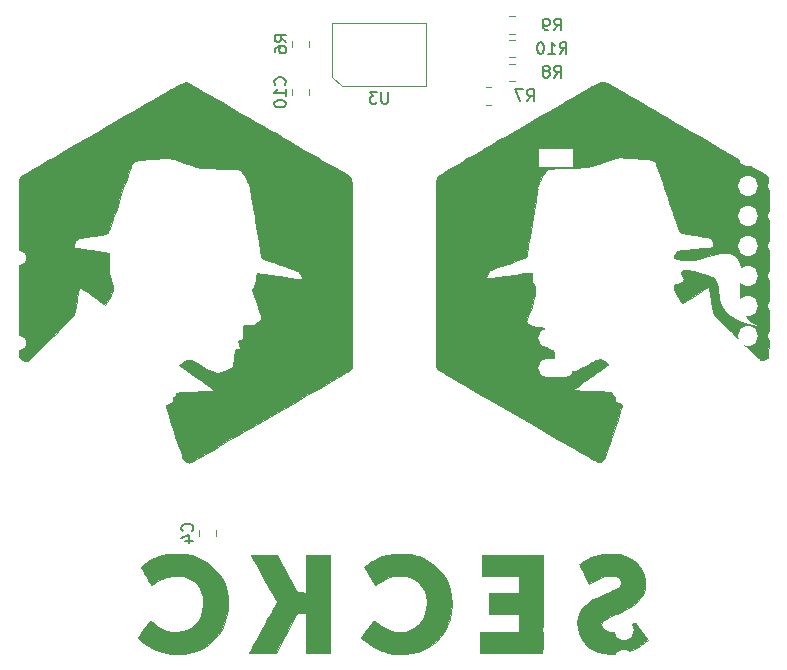
<source format=gbo>
%TF.GenerationSoftware,KiCad,Pcbnew,(5.1.7)-1*%
%TF.CreationDate,2020-10-20T14:22:12-05:00*%
%TF.ProjectId,Programmer Board,50726f67-7261-46d6-9d65-7220426f6172,A*%
%TF.SameCoordinates,Original*%
%TF.FileFunction,Legend,Bot*%
%TF.FilePolarity,Positive*%
%FSLAX46Y46*%
G04 Gerber Fmt 4.6, Leading zero omitted, Abs format (unit mm)*
G04 Created by KiCad (PCBNEW (5.1.7)-1) date 2020-10-20 14:22:12*
%MOMM*%
%LPD*%
G01*
G04 APERTURE LIST*
%ADD10C,0.010000*%
%ADD11C,0.120000*%
%ADD12C,0.150000*%
%ADD13C,3.180000*%
%ADD14C,1.900000*%
%ADD15R,1.900000X1.900000*%
%ADD16C,2.200000*%
%ADD17R,1.550000X0.600000*%
%ADD18O,3.000000X1.500000*%
%ADD19R,3.000000X1.500000*%
%ADD20O,1.700000X1.700000*%
%ADD21R,1.700000X1.700000*%
%ADD22C,2.082800*%
%ADD23O,2.300000X1.200000*%
G04 APERTURE END LIST*
D10*
%TO.C,G\u002A\u002A\u002A*%
G36*
X165639834Y-134010373D02*
G01*
X165220746Y-134038581D01*
X164857810Y-134092356D01*
X164524853Y-134177490D01*
X164195701Y-134299773D01*
X164060360Y-134359868D01*
X163921554Y-134430269D01*
X163761017Y-134521245D01*
X163595159Y-134622211D01*
X163440390Y-134722584D01*
X163313119Y-134811780D01*
X163229756Y-134879213D01*
X163205667Y-134911142D01*
X163224280Y-134952886D01*
X163276380Y-135058643D01*
X163356363Y-135217323D01*
X163458621Y-135417837D01*
X163577550Y-135649097D01*
X163631631Y-135753709D01*
X164057595Y-136576413D01*
X164258893Y-136431795D01*
X164599205Y-136220847D01*
X164965852Y-136052861D01*
X165338387Y-135934722D01*
X165696359Y-135873319D01*
X165932690Y-135868058D01*
X166226373Y-135909779D01*
X166457333Y-135998776D01*
X166622065Y-136132416D01*
X166717063Y-136308065D01*
X166740500Y-136474825D01*
X166728396Y-136592181D01*
X166687173Y-136699029D01*
X166609466Y-136800585D01*
X166487908Y-136902065D01*
X166315135Y-137008686D01*
X166083781Y-137125666D01*
X165786480Y-137258220D01*
X165420602Y-137409652D01*
X165009206Y-137581330D01*
X164666909Y-137737528D01*
X164381281Y-137885594D01*
X164139888Y-138032877D01*
X163930299Y-138186723D01*
X163740082Y-138354482D01*
X163623336Y-138471945D01*
X163375159Y-138779599D01*
X163201704Y-139107442D01*
X163097304Y-139453452D01*
X163045949Y-139890847D01*
X163073957Y-140321489D01*
X163176055Y-140736467D01*
X163346968Y-141126868D01*
X163581422Y-141483778D01*
X163874141Y-141798287D01*
X164219851Y-142061481D01*
X164613277Y-142264448D01*
X164801389Y-142332775D01*
X165263618Y-142443972D01*
X165764734Y-142499687D01*
X166278443Y-142498470D01*
X166766970Y-142440972D01*
X167201382Y-142335177D01*
X167643388Y-142178024D01*
X168069779Y-141980220D01*
X168457345Y-141752472D01*
X168769672Y-141517050D01*
X168978510Y-141335529D01*
X168498782Y-140640681D01*
X168348152Y-140423336D01*
X168210712Y-140226580D01*
X168094881Y-140062340D01*
X168009075Y-139942543D01*
X167961713Y-139879116D01*
X167958896Y-139875723D01*
X167924256Y-139846270D01*
X167880240Y-139844268D01*
X167811055Y-139876133D01*
X167700908Y-139948282D01*
X167594185Y-140023890D01*
X167207719Y-140268141D01*
X166817519Y-140452661D01*
X166433901Y-140574649D01*
X166067180Y-140631307D01*
X165727674Y-140619833D01*
X165544861Y-140580137D01*
X165345566Y-140487625D01*
X165195308Y-140351443D01*
X165102411Y-140186696D01*
X165075194Y-140008489D01*
X165121980Y-139831926D01*
X165127184Y-139821971D01*
X165192645Y-139729146D01*
X165293341Y-139635313D01*
X165437534Y-139535566D01*
X165633486Y-139425002D01*
X165889461Y-139298716D01*
X166213721Y-139151804D01*
X166373360Y-139082296D01*
X166867618Y-138859636D01*
X167286710Y-138648662D01*
X167638245Y-138443254D01*
X167929829Y-138237294D01*
X168169071Y-138024663D01*
X168363579Y-137799242D01*
X168520960Y-137554912D01*
X168648822Y-137285554D01*
X168668299Y-137236500D01*
X168729220Y-137011092D01*
X168764642Y-136734392D01*
X168774087Y-136435996D01*
X168757074Y-136145500D01*
X168713124Y-135892498D01*
X168691305Y-135818334D01*
X168517760Y-135403316D01*
X168294975Y-135050063D01*
X168013984Y-134745863D01*
X167824552Y-134589708D01*
X167469071Y-134359477D01*
X167089883Y-134189221D01*
X166675723Y-134075951D01*
X166215325Y-134016682D01*
X165697422Y-134008424D01*
X165639834Y-134010373D01*
G37*
X165639834Y-134010373D02*
X165220746Y-134038581D01*
X164857810Y-134092356D01*
X164524853Y-134177490D01*
X164195701Y-134299773D01*
X164060360Y-134359868D01*
X163921554Y-134430269D01*
X163761017Y-134521245D01*
X163595159Y-134622211D01*
X163440390Y-134722584D01*
X163313119Y-134811780D01*
X163229756Y-134879213D01*
X163205667Y-134911142D01*
X163224280Y-134952886D01*
X163276380Y-135058643D01*
X163356363Y-135217323D01*
X163458621Y-135417837D01*
X163577550Y-135649097D01*
X163631631Y-135753709D01*
X164057595Y-136576413D01*
X164258893Y-136431795D01*
X164599205Y-136220847D01*
X164965852Y-136052861D01*
X165338387Y-135934722D01*
X165696359Y-135873319D01*
X165932690Y-135868058D01*
X166226373Y-135909779D01*
X166457333Y-135998776D01*
X166622065Y-136132416D01*
X166717063Y-136308065D01*
X166740500Y-136474825D01*
X166728396Y-136592181D01*
X166687173Y-136699029D01*
X166609466Y-136800585D01*
X166487908Y-136902065D01*
X166315135Y-137008686D01*
X166083781Y-137125666D01*
X165786480Y-137258220D01*
X165420602Y-137409652D01*
X165009206Y-137581330D01*
X164666909Y-137737528D01*
X164381281Y-137885594D01*
X164139888Y-138032877D01*
X163930299Y-138186723D01*
X163740082Y-138354482D01*
X163623336Y-138471945D01*
X163375159Y-138779599D01*
X163201704Y-139107442D01*
X163097304Y-139453452D01*
X163045949Y-139890847D01*
X163073957Y-140321489D01*
X163176055Y-140736467D01*
X163346968Y-141126868D01*
X163581422Y-141483778D01*
X163874141Y-141798287D01*
X164219851Y-142061481D01*
X164613277Y-142264448D01*
X164801389Y-142332775D01*
X165263618Y-142443972D01*
X165764734Y-142499687D01*
X166278443Y-142498470D01*
X166766970Y-142440972D01*
X167201382Y-142335177D01*
X167643388Y-142178024D01*
X168069779Y-141980220D01*
X168457345Y-141752472D01*
X168769672Y-141517050D01*
X168978510Y-141335529D01*
X168498782Y-140640681D01*
X168348152Y-140423336D01*
X168210712Y-140226580D01*
X168094881Y-140062340D01*
X168009075Y-139942543D01*
X167961713Y-139879116D01*
X167958896Y-139875723D01*
X167924256Y-139846270D01*
X167880240Y-139844268D01*
X167811055Y-139876133D01*
X167700908Y-139948282D01*
X167594185Y-140023890D01*
X167207719Y-140268141D01*
X166817519Y-140452661D01*
X166433901Y-140574649D01*
X166067180Y-140631307D01*
X165727674Y-140619833D01*
X165544861Y-140580137D01*
X165345566Y-140487625D01*
X165195308Y-140351443D01*
X165102411Y-140186696D01*
X165075194Y-140008489D01*
X165121980Y-139831926D01*
X165127184Y-139821971D01*
X165192645Y-139729146D01*
X165293341Y-139635313D01*
X165437534Y-139535566D01*
X165633486Y-139425002D01*
X165889461Y-139298716D01*
X166213721Y-139151804D01*
X166373360Y-139082296D01*
X166867618Y-138859636D01*
X167286710Y-138648662D01*
X167638245Y-138443254D01*
X167929829Y-138237294D01*
X168169071Y-138024663D01*
X168363579Y-137799242D01*
X168520960Y-137554912D01*
X168648822Y-137285554D01*
X168668299Y-137236500D01*
X168729220Y-137011092D01*
X168764642Y-136734392D01*
X168774087Y-136435996D01*
X168757074Y-136145500D01*
X168713124Y-135892498D01*
X168691305Y-135818334D01*
X168517760Y-135403316D01*
X168294975Y-135050063D01*
X168013984Y-134745863D01*
X167824552Y-134589708D01*
X167469071Y-134359477D01*
X167089883Y-134189221D01*
X166675723Y-134075951D01*
X166215325Y-134016682D01*
X165697422Y-134008424D01*
X165639834Y-134010373D01*
G36*
X147497603Y-134024192D02*
G01*
X146976751Y-134105679D01*
X146484276Y-134247472D01*
X146000548Y-134454258D01*
X145864212Y-134524330D01*
X145692398Y-134622145D01*
X145512733Y-134735112D01*
X145339959Y-134852608D01*
X145188819Y-134964007D01*
X145074052Y-135058688D01*
X145010401Y-135126025D01*
X145002334Y-135145460D01*
X145023170Y-135187010D01*
X145080366Y-135287466D01*
X145165949Y-135433604D01*
X145271949Y-135612196D01*
X145390393Y-135810016D01*
X145513312Y-136013837D01*
X145632733Y-136210434D01*
X145740685Y-136386578D01*
X145829197Y-136529045D01*
X145890297Y-136624608D01*
X145914272Y-136658603D01*
X145952524Y-136643005D01*
X146041664Y-136588385D01*
X146164188Y-136505636D01*
X146195381Y-136483678D01*
X146634619Y-136210695D01*
X147072593Y-136018193D01*
X147519370Y-135902748D01*
X147985018Y-135860935D01*
X148027045Y-135860667D01*
X148476527Y-135892860D01*
X148876642Y-135991116D01*
X149233971Y-136157952D01*
X149555098Y-136395886D01*
X149642161Y-136478314D01*
X149910126Y-136800405D01*
X150106621Y-137163073D01*
X150232863Y-137569504D01*
X150290064Y-138022887D01*
X150294000Y-138189000D01*
X150256834Y-138671544D01*
X150145705Y-139114460D01*
X149961163Y-139516342D01*
X149703763Y-139875787D01*
X149577888Y-140009982D01*
X149245210Y-140283860D01*
X148881420Y-140481687D01*
X148492036Y-140603748D01*
X148082576Y-140650326D01*
X147658558Y-140621703D01*
X147225500Y-140518163D01*
X146788920Y-140339989D01*
X146354336Y-140087464D01*
X146005288Y-139826722D01*
X145889710Y-139741294D01*
X145802924Y-139696274D01*
X145765779Y-139696413D01*
X145731374Y-139741280D01*
X145656390Y-139844398D01*
X145548786Y-139994645D01*
X145416520Y-140180899D01*
X145267549Y-140392038D01*
X145240120Y-140431051D01*
X144750424Y-141127934D01*
X144844629Y-141229023D01*
X145049285Y-141417598D01*
X145315681Y-141616613D01*
X145623911Y-141814090D01*
X145954070Y-141998055D01*
X146286250Y-142156531D01*
X146570963Y-142267630D01*
X147015068Y-142388099D01*
X147505241Y-142467521D01*
X148012338Y-142503723D01*
X148507210Y-142494528D01*
X148929392Y-142443608D01*
X149528641Y-142295317D01*
X150080955Y-142078507D01*
X150582988Y-141797244D01*
X151031397Y-141455592D01*
X151422837Y-141057615D01*
X151753964Y-140607378D01*
X152021434Y-140108945D01*
X152221903Y-139566380D01*
X152352026Y-138983747D01*
X152408460Y-138365112D01*
X152410667Y-138212649D01*
X152370488Y-137613871D01*
X152252710Y-137041096D01*
X152061470Y-136499988D01*
X151800907Y-135996214D01*
X151475159Y-135535441D01*
X151088363Y-135123334D01*
X150644657Y-134765561D01*
X150148180Y-134467786D01*
X149603069Y-134235678D01*
X149475621Y-134193547D01*
X149169394Y-134107340D01*
X148877838Y-134048945D01*
X148572060Y-134014360D01*
X148223169Y-133999581D01*
X148066462Y-133998320D01*
X147497603Y-134024192D01*
G37*
X147497603Y-134024192D02*
X146976751Y-134105679D01*
X146484276Y-134247472D01*
X146000548Y-134454258D01*
X145864212Y-134524330D01*
X145692398Y-134622145D01*
X145512733Y-134735112D01*
X145339959Y-134852608D01*
X145188819Y-134964007D01*
X145074052Y-135058688D01*
X145010401Y-135126025D01*
X145002334Y-135145460D01*
X145023170Y-135187010D01*
X145080366Y-135287466D01*
X145165949Y-135433604D01*
X145271949Y-135612196D01*
X145390393Y-135810016D01*
X145513312Y-136013837D01*
X145632733Y-136210434D01*
X145740685Y-136386578D01*
X145829197Y-136529045D01*
X145890297Y-136624608D01*
X145914272Y-136658603D01*
X145952524Y-136643005D01*
X146041664Y-136588385D01*
X146164188Y-136505636D01*
X146195381Y-136483678D01*
X146634619Y-136210695D01*
X147072593Y-136018193D01*
X147519370Y-135902748D01*
X147985018Y-135860935D01*
X148027045Y-135860667D01*
X148476527Y-135892860D01*
X148876642Y-135991116D01*
X149233971Y-136157952D01*
X149555098Y-136395886D01*
X149642161Y-136478314D01*
X149910126Y-136800405D01*
X150106621Y-137163073D01*
X150232863Y-137569504D01*
X150290064Y-138022887D01*
X150294000Y-138189000D01*
X150256834Y-138671544D01*
X150145705Y-139114460D01*
X149961163Y-139516342D01*
X149703763Y-139875787D01*
X149577888Y-140009982D01*
X149245210Y-140283860D01*
X148881420Y-140481687D01*
X148492036Y-140603748D01*
X148082576Y-140650326D01*
X147658558Y-140621703D01*
X147225500Y-140518163D01*
X146788920Y-140339989D01*
X146354336Y-140087464D01*
X146005288Y-139826722D01*
X145889710Y-139741294D01*
X145802924Y-139696274D01*
X145765779Y-139696413D01*
X145731374Y-139741280D01*
X145656390Y-139844398D01*
X145548786Y-139994645D01*
X145416520Y-140180899D01*
X145267549Y-140392038D01*
X145240120Y-140431051D01*
X144750424Y-141127934D01*
X144844629Y-141229023D01*
X145049285Y-141417598D01*
X145315681Y-141616613D01*
X145623911Y-141814090D01*
X145954070Y-141998055D01*
X146286250Y-142156531D01*
X146570963Y-142267630D01*
X147015068Y-142388099D01*
X147505241Y-142467521D01*
X148012338Y-142503723D01*
X148507210Y-142494528D01*
X148929392Y-142443608D01*
X149528641Y-142295317D01*
X150080955Y-142078507D01*
X150582988Y-141797244D01*
X151031397Y-141455592D01*
X151422837Y-141057615D01*
X151753964Y-140607378D01*
X152021434Y-140108945D01*
X152221903Y-139566380D01*
X152352026Y-138983747D01*
X152408460Y-138365112D01*
X152410667Y-138212649D01*
X152370488Y-137613871D01*
X152252710Y-137041096D01*
X152061470Y-136499988D01*
X151800907Y-135996214D01*
X151475159Y-135535441D01*
X151088363Y-135123334D01*
X150644657Y-134765561D01*
X150148180Y-134467786D01*
X149603069Y-134235678D01*
X149475621Y-134193547D01*
X149169394Y-134107340D01*
X148877838Y-134048945D01*
X148572060Y-134014360D01*
X148223169Y-133999581D01*
X148066462Y-133998320D01*
X147497603Y-134024192D01*
G36*
X128350939Y-134050902D02*
G01*
X127899590Y-134140211D01*
X127461306Y-134280562D01*
X127031834Y-134467951D01*
X126858592Y-134560288D01*
X126671724Y-134672708D01*
X126487266Y-134793996D01*
X126321254Y-134912937D01*
X126189722Y-135018315D01*
X126108708Y-135098916D01*
X126092768Y-135124719D01*
X126108584Y-135171682D01*
X126160908Y-135277338D01*
X126241935Y-135428236D01*
X126343857Y-135610925D01*
X126458870Y-135811954D01*
X126579169Y-136017871D01*
X126696946Y-136215227D01*
X126804397Y-136390570D01*
X126893716Y-136530448D01*
X126957096Y-136621411D01*
X126971504Y-136638977D01*
X127020834Y-136636651D01*
X127110242Y-136588967D01*
X127173357Y-136543262D01*
X127375259Y-136403998D01*
X127629409Y-136258830D01*
X127905987Y-136122663D01*
X128175171Y-136010399D01*
X128364483Y-135947998D01*
X128784180Y-135870330D01*
X129217243Y-135860094D01*
X129643305Y-135915334D01*
X130041999Y-136034096D01*
X130247979Y-136128814D01*
X130569269Y-136344800D01*
X130838178Y-136617887D01*
X131053572Y-136937778D01*
X131214317Y-137294180D01*
X131319279Y-137676795D01*
X131367322Y-138075328D01*
X131357312Y-138479484D01*
X131288115Y-138878966D01*
X131158597Y-139263479D01*
X130967622Y-139622728D01*
X130714057Y-139946416D01*
X130673275Y-139988534D01*
X130344483Y-140262792D01*
X129981707Y-140462978D01*
X129591654Y-140589267D01*
X129181028Y-140641836D01*
X128756535Y-140620861D01*
X128324882Y-140526519D01*
X127892772Y-140358984D01*
X127466913Y-140118434D01*
X127163257Y-139896360D01*
X127019180Y-139783764D01*
X126924038Y-139720706D01*
X126863899Y-139700016D01*
X126824827Y-139714525D01*
X126819675Y-139719554D01*
X126779357Y-139770809D01*
X126699067Y-139879758D01*
X126587275Y-140034657D01*
X126452451Y-140223761D01*
X126303068Y-140435327D01*
X126290621Y-140453042D01*
X125815477Y-141129584D01*
X126036804Y-141333095D01*
X126429651Y-141647138D01*
X126882197Y-141927391D01*
X127372392Y-142162098D01*
X127878186Y-142339498D01*
X127972593Y-142365329D01*
X128288480Y-142428555D01*
X128658426Y-142471673D01*
X129053989Y-142493609D01*
X129446730Y-142493291D01*
X129808208Y-142469648D01*
X130008321Y-142442077D01*
X130535947Y-142315745D01*
X131045143Y-142128463D01*
X131515571Y-141888889D01*
X131872353Y-141648613D01*
X132122746Y-141432186D01*
X132380345Y-141168184D01*
X132622467Y-140882491D01*
X132826425Y-140600988D01*
X132909781Y-140465011D01*
X133154487Y-139950864D01*
X133332449Y-139396167D01*
X133440578Y-138816195D01*
X133475784Y-138226221D01*
X133452123Y-137782975D01*
X133349477Y-137181307D01*
X133172881Y-136618282D01*
X132925553Y-136097709D01*
X132610713Y-135623397D01*
X132231580Y-135199156D01*
X131791373Y-134828794D01*
X131293309Y-134516120D01*
X130740610Y-134264944D01*
X130376167Y-134143014D01*
X130188985Y-134093262D01*
X130007820Y-134057926D01*
X129807710Y-134033666D01*
X129563692Y-134017143D01*
X129375697Y-134009185D01*
X128836069Y-134008578D01*
X128350939Y-134050902D01*
G37*
X128350939Y-134050902D02*
X127899590Y-134140211D01*
X127461306Y-134280562D01*
X127031834Y-134467951D01*
X126858592Y-134560288D01*
X126671724Y-134672708D01*
X126487266Y-134793996D01*
X126321254Y-134912937D01*
X126189722Y-135018315D01*
X126108708Y-135098916D01*
X126092768Y-135124719D01*
X126108584Y-135171682D01*
X126160908Y-135277338D01*
X126241935Y-135428236D01*
X126343857Y-135610925D01*
X126458870Y-135811954D01*
X126579169Y-136017871D01*
X126696946Y-136215227D01*
X126804397Y-136390570D01*
X126893716Y-136530448D01*
X126957096Y-136621411D01*
X126971504Y-136638977D01*
X127020834Y-136636651D01*
X127110242Y-136588967D01*
X127173357Y-136543262D01*
X127375259Y-136403998D01*
X127629409Y-136258830D01*
X127905987Y-136122663D01*
X128175171Y-136010399D01*
X128364483Y-135947998D01*
X128784180Y-135870330D01*
X129217243Y-135860094D01*
X129643305Y-135915334D01*
X130041999Y-136034096D01*
X130247979Y-136128814D01*
X130569269Y-136344800D01*
X130838178Y-136617887D01*
X131053572Y-136937778D01*
X131214317Y-137294180D01*
X131319279Y-137676795D01*
X131367322Y-138075328D01*
X131357312Y-138479484D01*
X131288115Y-138878966D01*
X131158597Y-139263479D01*
X130967622Y-139622728D01*
X130714057Y-139946416D01*
X130673275Y-139988534D01*
X130344483Y-140262792D01*
X129981707Y-140462978D01*
X129591654Y-140589267D01*
X129181028Y-140641836D01*
X128756535Y-140620861D01*
X128324882Y-140526519D01*
X127892772Y-140358984D01*
X127466913Y-140118434D01*
X127163257Y-139896360D01*
X127019180Y-139783764D01*
X126924038Y-139720706D01*
X126863899Y-139700016D01*
X126824827Y-139714525D01*
X126819675Y-139719554D01*
X126779357Y-139770809D01*
X126699067Y-139879758D01*
X126587275Y-140034657D01*
X126452451Y-140223761D01*
X126303068Y-140435327D01*
X126290621Y-140453042D01*
X125815477Y-141129584D01*
X126036804Y-141333095D01*
X126429651Y-141647138D01*
X126882197Y-141927391D01*
X127372392Y-142162098D01*
X127878186Y-142339498D01*
X127972593Y-142365329D01*
X128288480Y-142428555D01*
X128658426Y-142471673D01*
X129053989Y-142493609D01*
X129446730Y-142493291D01*
X129808208Y-142469648D01*
X130008321Y-142442077D01*
X130535947Y-142315745D01*
X131045143Y-142128463D01*
X131515571Y-141888889D01*
X131872353Y-141648613D01*
X132122746Y-141432186D01*
X132380345Y-141168184D01*
X132622467Y-140882491D01*
X132826425Y-140600988D01*
X132909781Y-140465011D01*
X133154487Y-139950864D01*
X133332449Y-139396167D01*
X133440578Y-138816195D01*
X133475784Y-138226221D01*
X133452123Y-137782975D01*
X133349477Y-137181307D01*
X133172881Y-136618282D01*
X132925553Y-136097709D01*
X132610713Y-135623397D01*
X132231580Y-135199156D01*
X131791373Y-134828794D01*
X131293309Y-134516120D01*
X130740610Y-134264944D01*
X130376167Y-134143014D01*
X130188985Y-134093262D01*
X130007820Y-134057926D01*
X129807710Y-134033666D01*
X129563692Y-134017143D01*
X129375697Y-134009185D01*
X128836069Y-134008578D01*
X128350939Y-134050902D01*
G36*
X154950667Y-135860667D02*
G01*
X158083334Y-135860667D01*
X158083334Y-137342334D01*
X155585667Y-137342334D01*
X155585667Y-139078000D01*
X158083334Y-139078000D01*
X158083334Y-140644334D01*
X154781334Y-140644334D01*
X154781334Y-142380000D01*
X160115334Y-142380000D01*
X160115334Y-134125000D01*
X154950667Y-134125000D01*
X154950667Y-135860667D01*
G37*
X154950667Y-135860667D02*
X158083334Y-135860667D01*
X158083334Y-137342334D01*
X155585667Y-137342334D01*
X155585667Y-139078000D01*
X158083334Y-139078000D01*
X158083334Y-140644334D01*
X154781334Y-140644334D01*
X154781334Y-142380000D01*
X160115334Y-142380000D01*
X160115334Y-134125000D01*
X154950667Y-134125000D01*
X154950667Y-135860667D01*
G36*
X140091667Y-137303066D02*
G01*
X139679781Y-137290950D01*
X139267894Y-137278834D01*
X137577066Y-134125000D01*
X136482368Y-134125000D01*
X136189188Y-134126170D01*
X135927119Y-134129464D01*
X135707046Y-134134561D01*
X135539854Y-134141140D01*
X135436427Y-134148880D01*
X135406950Y-134156750D01*
X135467744Y-134259821D01*
X135560252Y-134420566D01*
X135679824Y-134630644D01*
X135821813Y-134881715D01*
X135981571Y-135165436D01*
X136154449Y-135473468D01*
X136335801Y-135797470D01*
X136520978Y-136129101D01*
X136705333Y-136460020D01*
X136884216Y-136781887D01*
X137052981Y-137086360D01*
X137206979Y-137365098D01*
X137341563Y-137609761D01*
X137452084Y-137812009D01*
X137533895Y-137963500D01*
X137582347Y-138055893D01*
X137594000Y-138081454D01*
X137574123Y-138127141D01*
X137516984Y-138239941D01*
X137426320Y-138412890D01*
X137305872Y-138639022D01*
X137159376Y-138911375D01*
X136990573Y-139222983D01*
X136803200Y-139566883D01*
X136600996Y-139936110D01*
X136489106Y-140139666D01*
X136278601Y-140522257D01*
X136079020Y-140885231D01*
X135894356Y-141221309D01*
X135728601Y-141523213D01*
X135585749Y-141783665D01*
X135469793Y-141995385D01*
X135384727Y-142151095D01*
X135334543Y-142243518D01*
X135323852Y-142263584D01*
X135263493Y-142380000D01*
X137536224Y-142380000D01*
X139266370Y-139056834D01*
X139679019Y-139044717D01*
X140091667Y-139032601D01*
X140091667Y-142380000D01*
X142123667Y-142380000D01*
X142123667Y-134125000D01*
X140091667Y-134125000D01*
X140091667Y-137303066D01*
G37*
X140091667Y-137303066D02*
X139679781Y-137290950D01*
X139267894Y-137278834D01*
X137577066Y-134125000D01*
X136482368Y-134125000D01*
X136189188Y-134126170D01*
X135927119Y-134129464D01*
X135707046Y-134134561D01*
X135539854Y-134141140D01*
X135436427Y-134148880D01*
X135406950Y-134156750D01*
X135467744Y-134259821D01*
X135560252Y-134420566D01*
X135679824Y-134630644D01*
X135821813Y-134881715D01*
X135981571Y-135165436D01*
X136154449Y-135473468D01*
X136335801Y-135797470D01*
X136520978Y-136129101D01*
X136705333Y-136460020D01*
X136884216Y-136781887D01*
X137052981Y-137086360D01*
X137206979Y-137365098D01*
X137341563Y-137609761D01*
X137452084Y-137812009D01*
X137533895Y-137963500D01*
X137582347Y-138055893D01*
X137594000Y-138081454D01*
X137574123Y-138127141D01*
X137516984Y-138239941D01*
X137426320Y-138412890D01*
X137305872Y-138639022D01*
X137159376Y-138911375D01*
X136990573Y-139222983D01*
X136803200Y-139566883D01*
X136600996Y-139936110D01*
X136489106Y-140139666D01*
X136278601Y-140522257D01*
X136079020Y-140885231D01*
X135894356Y-141221309D01*
X135728601Y-141523213D01*
X135585749Y-141783665D01*
X135469793Y-141995385D01*
X135384727Y-142151095D01*
X135334543Y-142243518D01*
X135323852Y-142263584D01*
X135263493Y-142380000D01*
X137536224Y-142380000D01*
X139266370Y-139056834D01*
X139679019Y-139044717D01*
X140091667Y-139032601D01*
X140091667Y-142380000D01*
X142123667Y-142380000D01*
X142123667Y-134125000D01*
X140091667Y-134125000D01*
X140091667Y-137303066D01*
G36*
X129896826Y-94073755D02*
G01*
X129859234Y-94081874D01*
X129809386Y-94098250D01*
X129744813Y-94124253D01*
X129663049Y-94161256D01*
X129561625Y-94210632D01*
X129438075Y-94273753D01*
X129289932Y-94351990D01*
X129114726Y-94446717D01*
X128909993Y-94559305D01*
X128673262Y-94691127D01*
X128402069Y-94843555D01*
X128093944Y-95017962D01*
X127746421Y-95215718D01*
X127357033Y-95438197D01*
X126923311Y-95686771D01*
X126442788Y-95962813D01*
X125912998Y-96267693D01*
X125331472Y-96602785D01*
X124695743Y-96969462D01*
X124003344Y-97369094D01*
X123251807Y-97803054D01*
X122438665Y-98272715D01*
X121561450Y-98779449D01*
X120617696Y-99324628D01*
X119604934Y-99909624D01*
X118776834Y-100387893D01*
X118223418Y-100707970D01*
X117739645Y-100988853D01*
X117321449Y-101233007D01*
X116964765Y-101442896D01*
X116665526Y-101620985D01*
X116419665Y-101769738D01*
X116223118Y-101891620D01*
X116071818Y-101989094D01*
X115961698Y-102064626D01*
X115888693Y-102120679D01*
X115848737Y-102159718D01*
X115844905Y-102164888D01*
X115749310Y-102303878D01*
X115760239Y-109835695D01*
X115771167Y-117367511D01*
X115929295Y-117512422D01*
X116041802Y-117603337D01*
X116145089Y-117645908D01*
X116283238Y-117657256D01*
X116302405Y-117657334D01*
X116517386Y-117657334D01*
X117223776Y-116982851D01*
X117417721Y-116796529D01*
X117659834Y-116562115D01*
X117938237Y-116291210D01*
X118241056Y-115995414D01*
X118556415Y-115686330D01*
X118872437Y-115375557D01*
X119177247Y-115074697D01*
X119184758Y-115067267D01*
X120439348Y-113826167D01*
X120640878Y-112619667D01*
X120692586Y-112311289D01*
X120739910Y-112031313D01*
X120781042Y-111790258D01*
X120814173Y-111598648D01*
X120837494Y-111467002D01*
X120849196Y-111405844D01*
X120850073Y-111402825D01*
X120885533Y-111421889D01*
X120977921Y-111481303D01*
X121114823Y-111572836D01*
X121283826Y-111688255D01*
X121362453Y-111742609D01*
X121584254Y-111896178D01*
X121847642Y-112078080D01*
X122124346Y-112268814D01*
X122386093Y-112448882D01*
X122468218Y-112505282D01*
X123069270Y-112917830D01*
X123242190Y-112663194D01*
X123356068Y-112482739D01*
X123469930Y-112280336D01*
X123575013Y-112074212D01*
X123662559Y-111882594D01*
X123723806Y-111723707D01*
X123749994Y-111615779D01*
X123750365Y-111605906D01*
X123737694Y-111514474D01*
X123704750Y-111370951D01*
X123658150Y-111203528D01*
X123648565Y-111172199D01*
X123544438Y-110823103D01*
X123468536Y-110528067D01*
X123417428Y-110262623D01*
X123387680Y-110002308D01*
X123375858Y-109722656D01*
X123378531Y-109399200D01*
X123382168Y-109273765D01*
X123406433Y-108531363D01*
X121968374Y-108333311D01*
X121628046Y-108285825D01*
X121313834Y-108240802D01*
X121035741Y-108199767D01*
X120803768Y-108164245D01*
X120627917Y-108135759D01*
X120518191Y-108115835D01*
X120484961Y-108107228D01*
X120460856Y-108048757D01*
X120453552Y-107924506D01*
X120457735Y-107828564D01*
X120476462Y-107671021D01*
X120513400Y-107563797D01*
X120581806Y-107472686D01*
X120604873Y-107448922D01*
X120643990Y-107412780D01*
X120688786Y-107381108D01*
X120747288Y-107352170D01*
X120827526Y-107324232D01*
X120937529Y-107295560D01*
X121085327Y-107264420D01*
X121278947Y-107229078D01*
X121526419Y-107187798D01*
X121835771Y-107138848D01*
X122215034Y-107080492D01*
X122537961Y-107031365D01*
X122801504Y-106989059D01*
X122993921Y-106952042D01*
X123128311Y-106916994D01*
X123217776Y-106880593D01*
X123268131Y-106846241D01*
X123299103Y-106805820D01*
X123339705Y-106728193D01*
X123392016Y-106607743D01*
X123458114Y-106438852D01*
X123540078Y-106215904D01*
X123639987Y-105933281D01*
X123759920Y-105585365D01*
X123901956Y-105166540D01*
X124022009Y-104809167D01*
X124238838Y-104161582D01*
X124430506Y-103589386D01*
X124598911Y-103087742D01*
X124745949Y-102651813D01*
X124873518Y-102276761D01*
X124983516Y-101957750D01*
X125077840Y-101689942D01*
X125158388Y-101468499D01*
X125227056Y-101288586D01*
X125285742Y-101145364D01*
X125336345Y-101033996D01*
X125380760Y-100949645D01*
X125420886Y-100887474D01*
X125458620Y-100842645D01*
X125495859Y-100810322D01*
X125534501Y-100785667D01*
X125576444Y-100763843D01*
X125616765Y-100743565D01*
X125691730Y-100723814D01*
X125838545Y-100701180D01*
X126044478Y-100676610D01*
X126296800Y-100651050D01*
X126582780Y-100625447D01*
X126889687Y-100600748D01*
X127204790Y-100577898D01*
X127515360Y-100557846D01*
X127808665Y-100541537D01*
X128071975Y-100529918D01*
X128292559Y-100523935D01*
X128457687Y-100524535D01*
X128518169Y-100527829D01*
X128685805Y-100556408D01*
X128911904Y-100615663D01*
X129178201Y-100700474D01*
X129343669Y-100759280D01*
X129758968Y-100911636D01*
X130102386Y-101035992D01*
X130381040Y-101134814D01*
X130602044Y-101210567D01*
X130772516Y-101265714D01*
X130899570Y-101302722D01*
X130947667Y-101314870D01*
X131036948Y-101327326D01*
X131198763Y-101341137D01*
X131421005Y-101355621D01*
X131691565Y-101370093D01*
X131998337Y-101383871D01*
X132329211Y-101396272D01*
X132471667Y-101400881D01*
X132924065Y-101414949D01*
X133299570Y-101427081D01*
X133605919Y-101437777D01*
X133850852Y-101447539D01*
X134042105Y-101456867D01*
X134187418Y-101466262D01*
X134294528Y-101476226D01*
X134371174Y-101487258D01*
X134425093Y-101499860D01*
X134464025Y-101514534D01*
X134495706Y-101531778D01*
X134495919Y-101531909D01*
X134551877Y-101588819D01*
X134639201Y-101704085D01*
X134747864Y-101862206D01*
X134867841Y-102047678D01*
X134989105Y-102245000D01*
X135101630Y-102438670D01*
X135195389Y-102613183D01*
X135195962Y-102614313D01*
X135213902Y-102656581D01*
X135233406Y-102718277D01*
X135255583Y-102805516D01*
X135281539Y-102924408D01*
X135312384Y-103081068D01*
X135349224Y-103281606D01*
X135393168Y-103532135D01*
X135445323Y-103838769D01*
X135506798Y-104207618D01*
X135578700Y-104644796D01*
X135662137Y-105156414D01*
X135708871Y-105444167D01*
X135772640Y-105837188D01*
X135844705Y-106281293D01*
X135920180Y-106746368D01*
X135994177Y-107202300D01*
X136061809Y-107618974D01*
X136090103Y-107793269D01*
X136150761Y-108160012D01*
X136201500Y-108450277D01*
X136243904Y-108671468D01*
X136279554Y-108830989D01*
X136310032Y-108936245D01*
X136336921Y-108994639D01*
X136349858Y-109008831D01*
X136405516Y-109033961D01*
X136531908Y-109082124D01*
X136719334Y-109149903D01*
X136958099Y-109233882D01*
X137238504Y-109330644D01*
X137550854Y-109436774D01*
X137834403Y-109531856D01*
X138284023Y-109683528D01*
X138654253Y-109812393D01*
X138947033Y-109919178D01*
X139164304Y-110004613D01*
X139308004Y-110069425D01*
X139375801Y-110110528D01*
X139454244Y-110195559D01*
X139539465Y-110316869D01*
X139620409Y-110453944D01*
X139686024Y-110586268D01*
X139725254Y-110693325D01*
X139727045Y-110754602D01*
X139724496Y-110757654D01*
X139715398Y-110765553D01*
X139702097Y-110771383D01*
X139677654Y-110774313D01*
X139635130Y-110773513D01*
X139567586Y-110768152D01*
X139468085Y-110757399D01*
X139329687Y-110740423D01*
X139145455Y-110716394D01*
X138908448Y-110684481D01*
X138611729Y-110643853D01*
X138248360Y-110593679D01*
X137811401Y-110533130D01*
X137572834Y-110500046D01*
X137220360Y-110451233D01*
X136892052Y-110405894D01*
X136597922Y-110365401D01*
X136347984Y-110331128D01*
X136152251Y-110304448D01*
X136020737Y-110286734D01*
X135964167Y-110279436D01*
X135907962Y-110287506D01*
X135879606Y-110341798D01*
X135868131Y-110439500D01*
X135821535Y-110842178D01*
X135738873Y-111179403D01*
X135646289Y-111407518D01*
X135513161Y-111677940D01*
X135897414Y-112851841D01*
X135995338Y-113152646D01*
X136084031Y-113428251D01*
X136160191Y-113668146D01*
X136220517Y-113861816D01*
X136261707Y-113998751D01*
X136280461Y-114068437D01*
X136281257Y-114074122D01*
X136251434Y-114121888D01*
X136171717Y-114210187D01*
X136056155Y-114324062D01*
X135983010Y-114391631D01*
X135685173Y-114660763D01*
X135232803Y-114645631D01*
X134780433Y-114630500D01*
X134748530Y-114799834D01*
X134733197Y-114917014D01*
X134718686Y-115090005D01*
X134707200Y-115289958D01*
X134703235Y-115392500D01*
X134689842Y-115815834D01*
X134494746Y-115910116D01*
X134299650Y-116004399D01*
X134383216Y-116282945D01*
X134423232Y-116429505D01*
X134447801Y-116545938D01*
X134451604Y-116607022D01*
X134405856Y-116647504D01*
X134307180Y-116698206D01*
X134247797Y-116722080D01*
X134059167Y-116791609D01*
X133971870Y-117477574D01*
X133941509Y-117708738D01*
X133913422Y-117908958D01*
X133889777Y-118063806D01*
X133872742Y-118158854D01*
X133866037Y-118181969D01*
X133810118Y-118215809D01*
X133693198Y-118273310D01*
X133532575Y-118347058D01*
X133345549Y-118429643D01*
X133149418Y-118513650D01*
X132961482Y-118591667D01*
X132799039Y-118656282D01*
X132679389Y-118700081D01*
X132620539Y-118715667D01*
X132489841Y-118694381D01*
X132300949Y-118634729D01*
X132067591Y-118543018D01*
X131803495Y-118425556D01*
X131522387Y-118288650D01*
X131237995Y-118138607D01*
X130964048Y-117981735D01*
X130793710Y-117876290D01*
X130553443Y-117734943D01*
X130354662Y-117651281D01*
X130179802Y-117622313D01*
X130011299Y-117645048D01*
X129837673Y-117713495D01*
X129684344Y-117797762D01*
X129538848Y-117892238D01*
X129474798Y-117941327D01*
X129335428Y-118059500D01*
X130838394Y-119117834D01*
X131153829Y-119340633D01*
X131446855Y-119548922D01*
X131710407Y-119737581D01*
X131937419Y-119901492D01*
X132120827Y-120035536D01*
X132253565Y-120134593D01*
X132328569Y-120193546D01*
X132343013Y-120207917D01*
X132305804Y-120225635D01*
X132208444Y-120237133D01*
X132122417Y-120239606D01*
X132019158Y-120241547D01*
X131852182Y-120247036D01*
X131633072Y-120255514D01*
X131373414Y-120266423D01*
X131084792Y-120279203D01*
X130778789Y-120293295D01*
X130466991Y-120308142D01*
X130160983Y-120323184D01*
X129872348Y-120337864D01*
X129612670Y-120351621D01*
X129393535Y-120363898D01*
X129226527Y-120374135D01*
X129123231Y-120381774D01*
X129094242Y-120385648D01*
X129078121Y-120432135D01*
X129059763Y-120517256D01*
X129030134Y-120636549D01*
X128982585Y-120702883D01*
X128894104Y-120747812D01*
X128890648Y-120749132D01*
X128823885Y-120788871D01*
X128797263Y-120858357D01*
X128795788Y-120956166D01*
X128787308Y-121080877D01*
X128757974Y-121175755D01*
X128749372Y-121188507D01*
X128715016Y-121225049D01*
X128670883Y-121252706D01*
X128596425Y-121279803D01*
X128471093Y-121314664D01*
X128378470Y-121338758D01*
X128255818Y-121385978D01*
X128184064Y-121445035D01*
X128177573Y-121458705D01*
X128186942Y-121508963D01*
X128220495Y-121630565D01*
X128275331Y-121814637D01*
X128348545Y-122052306D01*
X128437234Y-122334700D01*
X128538496Y-122652944D01*
X128649429Y-122998167D01*
X128767127Y-123361494D01*
X128888690Y-123734052D01*
X129011213Y-124106969D01*
X129131795Y-124471372D01*
X129247531Y-124818386D01*
X129355519Y-125139140D01*
X129452856Y-125424759D01*
X129536638Y-125666372D01*
X129603964Y-125855104D01*
X129651930Y-125982082D01*
X129673869Y-126032236D01*
X129778015Y-126151609D01*
X129932282Y-126244128D01*
X130102494Y-126290861D01*
X130144896Y-126293175D01*
X130189495Y-126285524D01*
X130259371Y-126260718D01*
X130359446Y-126216082D01*
X130494642Y-126148945D01*
X130669879Y-126056632D01*
X130890080Y-125936470D01*
X131160164Y-125785786D01*
X131485055Y-125601907D01*
X131869673Y-125382159D01*
X132318940Y-125123868D01*
X132663729Y-124924939D01*
X133138231Y-124650895D01*
X133670956Y-124343276D01*
X134246785Y-124010809D01*
X134850600Y-123662220D01*
X135467282Y-123306238D01*
X136081713Y-122951589D01*
X136678775Y-122607001D01*
X137243348Y-122281201D01*
X137699834Y-122017811D01*
X138481052Y-121567048D01*
X139192244Y-121156586D01*
X139836744Y-120784462D01*
X140417889Y-120448711D01*
X140939014Y-120147369D01*
X141403455Y-119878472D01*
X141814547Y-119640055D01*
X142175626Y-119430156D01*
X142490027Y-119246808D01*
X142761087Y-119088048D01*
X142992140Y-118951913D01*
X143186523Y-118836437D01*
X143347571Y-118739656D01*
X143478619Y-118659607D01*
X143583004Y-118594325D01*
X143664060Y-118541846D01*
X143725124Y-118500206D01*
X143769532Y-118467440D01*
X143800618Y-118441584D01*
X143821718Y-118420675D01*
X143834052Y-118405649D01*
X143922834Y-118286132D01*
X143933743Y-110319930D01*
X143935044Y-109354910D01*
X143936169Y-108470930D01*
X143937087Y-107664364D01*
X143937769Y-106931584D01*
X143938183Y-106268964D01*
X143938300Y-105672878D01*
X143938088Y-105139698D01*
X143937519Y-104665798D01*
X143936560Y-104247552D01*
X143935182Y-103881333D01*
X143933354Y-103563514D01*
X143931047Y-103290469D01*
X143928228Y-103058571D01*
X143924869Y-102864193D01*
X143920939Y-102703709D01*
X143916406Y-102573492D01*
X143911242Y-102469915D01*
X143905415Y-102389353D01*
X143898895Y-102328177D01*
X143891652Y-102282762D01*
X143883655Y-102249481D01*
X143874874Y-102224708D01*
X143865705Y-102205614D01*
X143853761Y-102184485D01*
X143838595Y-102162818D01*
X143816748Y-102138554D01*
X143784766Y-102109634D01*
X143739191Y-102073998D01*
X143676566Y-102029588D01*
X143593436Y-101974345D01*
X143486343Y-101906209D01*
X143351830Y-101823122D01*
X143186443Y-101723025D01*
X142986722Y-101603858D01*
X142749213Y-101463562D01*
X142470459Y-101300079D01*
X142147002Y-101111350D01*
X141775387Y-100895315D01*
X141352157Y-100649915D01*
X140873855Y-100373092D01*
X140337024Y-100062785D01*
X139738209Y-99716937D01*
X139073952Y-99333489D01*
X138340796Y-98910380D01*
X138118822Y-98782287D01*
X137923531Y-98669586D01*
X137662255Y-98518796D01*
X137342339Y-98334156D01*
X136971125Y-98119904D01*
X136555957Y-97880278D01*
X136104177Y-97619516D01*
X135623129Y-97341857D01*
X135120155Y-97051540D01*
X134602599Y-96752802D01*
X134077804Y-96449882D01*
X133616173Y-96183417D01*
X133116591Y-95895286D01*
X132635709Y-95618404D01*
X132178868Y-95355822D01*
X131751407Y-95110588D01*
X131358668Y-94885750D01*
X131005991Y-94684357D01*
X130698715Y-94509459D01*
X130442183Y-94364102D01*
X130241734Y-94251337D01*
X130102708Y-94174212D01*
X130030447Y-94135776D01*
X130024037Y-94132813D01*
X130003156Y-94121565D01*
X129987290Y-94108967D01*
X129973972Y-94096391D01*
X129960733Y-94085209D01*
X129945108Y-94076795D01*
X129924628Y-94072519D01*
X129896826Y-94073755D01*
G37*
X129896826Y-94073755D02*
X129859234Y-94081874D01*
X129809386Y-94098250D01*
X129744813Y-94124253D01*
X129663049Y-94161256D01*
X129561625Y-94210632D01*
X129438075Y-94273753D01*
X129289932Y-94351990D01*
X129114726Y-94446717D01*
X128909993Y-94559305D01*
X128673262Y-94691127D01*
X128402069Y-94843555D01*
X128093944Y-95017962D01*
X127746421Y-95215718D01*
X127357033Y-95438197D01*
X126923311Y-95686771D01*
X126442788Y-95962813D01*
X125912998Y-96267693D01*
X125331472Y-96602785D01*
X124695743Y-96969462D01*
X124003344Y-97369094D01*
X123251807Y-97803054D01*
X122438665Y-98272715D01*
X121561450Y-98779449D01*
X120617696Y-99324628D01*
X119604934Y-99909624D01*
X118776834Y-100387893D01*
X118223418Y-100707970D01*
X117739645Y-100988853D01*
X117321449Y-101233007D01*
X116964765Y-101442896D01*
X116665526Y-101620985D01*
X116419665Y-101769738D01*
X116223118Y-101891620D01*
X116071818Y-101989094D01*
X115961698Y-102064626D01*
X115888693Y-102120679D01*
X115848737Y-102159718D01*
X115844905Y-102164888D01*
X115749310Y-102303878D01*
X115760239Y-109835695D01*
X115771167Y-117367511D01*
X115929295Y-117512422D01*
X116041802Y-117603337D01*
X116145089Y-117645908D01*
X116283238Y-117657256D01*
X116302405Y-117657334D01*
X116517386Y-117657334D01*
X117223776Y-116982851D01*
X117417721Y-116796529D01*
X117659834Y-116562115D01*
X117938237Y-116291210D01*
X118241056Y-115995414D01*
X118556415Y-115686330D01*
X118872437Y-115375557D01*
X119177247Y-115074697D01*
X119184758Y-115067267D01*
X120439348Y-113826167D01*
X120640878Y-112619667D01*
X120692586Y-112311289D01*
X120739910Y-112031313D01*
X120781042Y-111790258D01*
X120814173Y-111598648D01*
X120837494Y-111467002D01*
X120849196Y-111405844D01*
X120850073Y-111402825D01*
X120885533Y-111421889D01*
X120977921Y-111481303D01*
X121114823Y-111572836D01*
X121283826Y-111688255D01*
X121362453Y-111742609D01*
X121584254Y-111896178D01*
X121847642Y-112078080D01*
X122124346Y-112268814D01*
X122386093Y-112448882D01*
X122468218Y-112505282D01*
X123069270Y-112917830D01*
X123242190Y-112663194D01*
X123356068Y-112482739D01*
X123469930Y-112280336D01*
X123575013Y-112074212D01*
X123662559Y-111882594D01*
X123723806Y-111723707D01*
X123749994Y-111615779D01*
X123750365Y-111605906D01*
X123737694Y-111514474D01*
X123704750Y-111370951D01*
X123658150Y-111203528D01*
X123648565Y-111172199D01*
X123544438Y-110823103D01*
X123468536Y-110528067D01*
X123417428Y-110262623D01*
X123387680Y-110002308D01*
X123375858Y-109722656D01*
X123378531Y-109399200D01*
X123382168Y-109273765D01*
X123406433Y-108531363D01*
X121968374Y-108333311D01*
X121628046Y-108285825D01*
X121313834Y-108240802D01*
X121035741Y-108199767D01*
X120803768Y-108164245D01*
X120627917Y-108135759D01*
X120518191Y-108115835D01*
X120484961Y-108107228D01*
X120460856Y-108048757D01*
X120453552Y-107924506D01*
X120457735Y-107828564D01*
X120476462Y-107671021D01*
X120513400Y-107563797D01*
X120581806Y-107472686D01*
X120604873Y-107448922D01*
X120643990Y-107412780D01*
X120688786Y-107381108D01*
X120747288Y-107352170D01*
X120827526Y-107324232D01*
X120937529Y-107295560D01*
X121085327Y-107264420D01*
X121278947Y-107229078D01*
X121526419Y-107187798D01*
X121835771Y-107138848D01*
X122215034Y-107080492D01*
X122537961Y-107031365D01*
X122801504Y-106989059D01*
X122993921Y-106952042D01*
X123128311Y-106916994D01*
X123217776Y-106880593D01*
X123268131Y-106846241D01*
X123299103Y-106805820D01*
X123339705Y-106728193D01*
X123392016Y-106607743D01*
X123458114Y-106438852D01*
X123540078Y-106215904D01*
X123639987Y-105933281D01*
X123759920Y-105585365D01*
X123901956Y-105166540D01*
X124022009Y-104809167D01*
X124238838Y-104161582D01*
X124430506Y-103589386D01*
X124598911Y-103087742D01*
X124745949Y-102651813D01*
X124873518Y-102276761D01*
X124983516Y-101957750D01*
X125077840Y-101689942D01*
X125158388Y-101468499D01*
X125227056Y-101288586D01*
X125285742Y-101145364D01*
X125336345Y-101033996D01*
X125380760Y-100949645D01*
X125420886Y-100887474D01*
X125458620Y-100842645D01*
X125495859Y-100810322D01*
X125534501Y-100785667D01*
X125576444Y-100763843D01*
X125616765Y-100743565D01*
X125691730Y-100723814D01*
X125838545Y-100701180D01*
X126044478Y-100676610D01*
X126296800Y-100651050D01*
X126582780Y-100625447D01*
X126889687Y-100600748D01*
X127204790Y-100577898D01*
X127515360Y-100557846D01*
X127808665Y-100541537D01*
X128071975Y-100529918D01*
X128292559Y-100523935D01*
X128457687Y-100524535D01*
X128518169Y-100527829D01*
X128685805Y-100556408D01*
X128911904Y-100615663D01*
X129178201Y-100700474D01*
X129343669Y-100759280D01*
X129758968Y-100911636D01*
X130102386Y-101035992D01*
X130381040Y-101134814D01*
X130602044Y-101210567D01*
X130772516Y-101265714D01*
X130899570Y-101302722D01*
X130947667Y-101314870D01*
X131036948Y-101327326D01*
X131198763Y-101341137D01*
X131421005Y-101355621D01*
X131691565Y-101370093D01*
X131998337Y-101383871D01*
X132329211Y-101396272D01*
X132471667Y-101400881D01*
X132924065Y-101414949D01*
X133299570Y-101427081D01*
X133605919Y-101437777D01*
X133850852Y-101447539D01*
X134042105Y-101456867D01*
X134187418Y-101466262D01*
X134294528Y-101476226D01*
X134371174Y-101487258D01*
X134425093Y-101499860D01*
X134464025Y-101514534D01*
X134495706Y-101531778D01*
X134495919Y-101531909D01*
X134551877Y-101588819D01*
X134639201Y-101704085D01*
X134747864Y-101862206D01*
X134867841Y-102047678D01*
X134989105Y-102245000D01*
X135101630Y-102438670D01*
X135195389Y-102613183D01*
X135195962Y-102614313D01*
X135213902Y-102656581D01*
X135233406Y-102718277D01*
X135255583Y-102805516D01*
X135281539Y-102924408D01*
X135312384Y-103081068D01*
X135349224Y-103281606D01*
X135393168Y-103532135D01*
X135445323Y-103838769D01*
X135506798Y-104207618D01*
X135578700Y-104644796D01*
X135662137Y-105156414D01*
X135708871Y-105444167D01*
X135772640Y-105837188D01*
X135844705Y-106281293D01*
X135920180Y-106746368D01*
X135994177Y-107202300D01*
X136061809Y-107618974D01*
X136090103Y-107793269D01*
X136150761Y-108160012D01*
X136201500Y-108450277D01*
X136243904Y-108671468D01*
X136279554Y-108830989D01*
X136310032Y-108936245D01*
X136336921Y-108994639D01*
X136349858Y-109008831D01*
X136405516Y-109033961D01*
X136531908Y-109082124D01*
X136719334Y-109149903D01*
X136958099Y-109233882D01*
X137238504Y-109330644D01*
X137550854Y-109436774D01*
X137834403Y-109531856D01*
X138284023Y-109683528D01*
X138654253Y-109812393D01*
X138947033Y-109919178D01*
X139164304Y-110004613D01*
X139308004Y-110069425D01*
X139375801Y-110110528D01*
X139454244Y-110195559D01*
X139539465Y-110316869D01*
X139620409Y-110453944D01*
X139686024Y-110586268D01*
X139725254Y-110693325D01*
X139727045Y-110754602D01*
X139724496Y-110757654D01*
X139715398Y-110765553D01*
X139702097Y-110771383D01*
X139677654Y-110774313D01*
X139635130Y-110773513D01*
X139567586Y-110768152D01*
X139468085Y-110757399D01*
X139329687Y-110740423D01*
X139145455Y-110716394D01*
X138908448Y-110684481D01*
X138611729Y-110643853D01*
X138248360Y-110593679D01*
X137811401Y-110533130D01*
X137572834Y-110500046D01*
X137220360Y-110451233D01*
X136892052Y-110405894D01*
X136597922Y-110365401D01*
X136347984Y-110331128D01*
X136152251Y-110304448D01*
X136020737Y-110286734D01*
X135964167Y-110279436D01*
X135907962Y-110287506D01*
X135879606Y-110341798D01*
X135868131Y-110439500D01*
X135821535Y-110842178D01*
X135738873Y-111179403D01*
X135646289Y-111407518D01*
X135513161Y-111677940D01*
X135897414Y-112851841D01*
X135995338Y-113152646D01*
X136084031Y-113428251D01*
X136160191Y-113668146D01*
X136220517Y-113861816D01*
X136261707Y-113998751D01*
X136280461Y-114068437D01*
X136281257Y-114074122D01*
X136251434Y-114121888D01*
X136171717Y-114210187D01*
X136056155Y-114324062D01*
X135983010Y-114391631D01*
X135685173Y-114660763D01*
X135232803Y-114645631D01*
X134780433Y-114630500D01*
X134748530Y-114799834D01*
X134733197Y-114917014D01*
X134718686Y-115090005D01*
X134707200Y-115289958D01*
X134703235Y-115392500D01*
X134689842Y-115815834D01*
X134494746Y-115910116D01*
X134299650Y-116004399D01*
X134383216Y-116282945D01*
X134423232Y-116429505D01*
X134447801Y-116545938D01*
X134451604Y-116607022D01*
X134405856Y-116647504D01*
X134307180Y-116698206D01*
X134247797Y-116722080D01*
X134059167Y-116791609D01*
X133971870Y-117477574D01*
X133941509Y-117708738D01*
X133913422Y-117908958D01*
X133889777Y-118063806D01*
X133872742Y-118158854D01*
X133866037Y-118181969D01*
X133810118Y-118215809D01*
X133693198Y-118273310D01*
X133532575Y-118347058D01*
X133345549Y-118429643D01*
X133149418Y-118513650D01*
X132961482Y-118591667D01*
X132799039Y-118656282D01*
X132679389Y-118700081D01*
X132620539Y-118715667D01*
X132489841Y-118694381D01*
X132300949Y-118634729D01*
X132067591Y-118543018D01*
X131803495Y-118425556D01*
X131522387Y-118288650D01*
X131237995Y-118138607D01*
X130964048Y-117981735D01*
X130793710Y-117876290D01*
X130553443Y-117734943D01*
X130354662Y-117651281D01*
X130179802Y-117622313D01*
X130011299Y-117645048D01*
X129837673Y-117713495D01*
X129684344Y-117797762D01*
X129538848Y-117892238D01*
X129474798Y-117941327D01*
X129335428Y-118059500D01*
X130838394Y-119117834D01*
X131153829Y-119340633D01*
X131446855Y-119548922D01*
X131710407Y-119737581D01*
X131937419Y-119901492D01*
X132120827Y-120035536D01*
X132253565Y-120134593D01*
X132328569Y-120193546D01*
X132343013Y-120207917D01*
X132305804Y-120225635D01*
X132208444Y-120237133D01*
X132122417Y-120239606D01*
X132019158Y-120241547D01*
X131852182Y-120247036D01*
X131633072Y-120255514D01*
X131373414Y-120266423D01*
X131084792Y-120279203D01*
X130778789Y-120293295D01*
X130466991Y-120308142D01*
X130160983Y-120323184D01*
X129872348Y-120337864D01*
X129612670Y-120351621D01*
X129393535Y-120363898D01*
X129226527Y-120374135D01*
X129123231Y-120381774D01*
X129094242Y-120385648D01*
X129078121Y-120432135D01*
X129059763Y-120517256D01*
X129030134Y-120636549D01*
X128982585Y-120702883D01*
X128894104Y-120747812D01*
X128890648Y-120749132D01*
X128823885Y-120788871D01*
X128797263Y-120858357D01*
X128795788Y-120956166D01*
X128787308Y-121080877D01*
X128757974Y-121175755D01*
X128749372Y-121188507D01*
X128715016Y-121225049D01*
X128670883Y-121252706D01*
X128596425Y-121279803D01*
X128471093Y-121314664D01*
X128378470Y-121338758D01*
X128255818Y-121385978D01*
X128184064Y-121445035D01*
X128177573Y-121458705D01*
X128186942Y-121508963D01*
X128220495Y-121630565D01*
X128275331Y-121814637D01*
X128348545Y-122052306D01*
X128437234Y-122334700D01*
X128538496Y-122652944D01*
X128649429Y-122998167D01*
X128767127Y-123361494D01*
X128888690Y-123734052D01*
X129011213Y-124106969D01*
X129131795Y-124471372D01*
X129247531Y-124818386D01*
X129355519Y-125139140D01*
X129452856Y-125424759D01*
X129536638Y-125666372D01*
X129603964Y-125855104D01*
X129651930Y-125982082D01*
X129673869Y-126032236D01*
X129778015Y-126151609D01*
X129932282Y-126244128D01*
X130102494Y-126290861D01*
X130144896Y-126293175D01*
X130189495Y-126285524D01*
X130259371Y-126260718D01*
X130359446Y-126216082D01*
X130494642Y-126148945D01*
X130669879Y-126056632D01*
X130890080Y-125936470D01*
X131160164Y-125785786D01*
X131485055Y-125601907D01*
X131869673Y-125382159D01*
X132318940Y-125123868D01*
X132663729Y-124924939D01*
X133138231Y-124650895D01*
X133670956Y-124343276D01*
X134246785Y-124010809D01*
X134850600Y-123662220D01*
X135467282Y-123306238D01*
X136081713Y-122951589D01*
X136678775Y-122607001D01*
X137243348Y-122281201D01*
X137699834Y-122017811D01*
X138481052Y-121567048D01*
X139192244Y-121156586D01*
X139836744Y-120784462D01*
X140417889Y-120448711D01*
X140939014Y-120147369D01*
X141403455Y-119878472D01*
X141814547Y-119640055D01*
X142175626Y-119430156D01*
X142490027Y-119246808D01*
X142761087Y-119088048D01*
X142992140Y-118951913D01*
X143186523Y-118836437D01*
X143347571Y-118739656D01*
X143478619Y-118659607D01*
X143583004Y-118594325D01*
X143664060Y-118541846D01*
X143725124Y-118500206D01*
X143769532Y-118467440D01*
X143800618Y-118441584D01*
X143821718Y-118420675D01*
X143834052Y-118405649D01*
X143922834Y-118286132D01*
X143933743Y-110319930D01*
X143935044Y-109354910D01*
X143936169Y-108470930D01*
X143937087Y-107664364D01*
X143937769Y-106931584D01*
X143938183Y-106268964D01*
X143938300Y-105672878D01*
X143938088Y-105139698D01*
X143937519Y-104665798D01*
X143936560Y-104247552D01*
X143935182Y-103881333D01*
X143933354Y-103563514D01*
X143931047Y-103290469D01*
X143928228Y-103058571D01*
X143924869Y-102864193D01*
X143920939Y-102703709D01*
X143916406Y-102573492D01*
X143911242Y-102469915D01*
X143905415Y-102389353D01*
X143898895Y-102328177D01*
X143891652Y-102282762D01*
X143883655Y-102249481D01*
X143874874Y-102224708D01*
X143865705Y-102205614D01*
X143853761Y-102184485D01*
X143838595Y-102162818D01*
X143816748Y-102138554D01*
X143784766Y-102109634D01*
X143739191Y-102073998D01*
X143676566Y-102029588D01*
X143593436Y-101974345D01*
X143486343Y-101906209D01*
X143351830Y-101823122D01*
X143186443Y-101723025D01*
X142986722Y-101603858D01*
X142749213Y-101463562D01*
X142470459Y-101300079D01*
X142147002Y-101111350D01*
X141775387Y-100895315D01*
X141352157Y-100649915D01*
X140873855Y-100373092D01*
X140337024Y-100062785D01*
X139738209Y-99716937D01*
X139073952Y-99333489D01*
X138340796Y-98910380D01*
X138118822Y-98782287D01*
X137923531Y-98669586D01*
X137662255Y-98518796D01*
X137342339Y-98334156D01*
X136971125Y-98119904D01*
X136555957Y-97880278D01*
X136104177Y-97619516D01*
X135623129Y-97341857D01*
X135120155Y-97051540D01*
X134602599Y-96752802D01*
X134077804Y-96449882D01*
X133616173Y-96183417D01*
X133116591Y-95895286D01*
X132635709Y-95618404D01*
X132178868Y-95355822D01*
X131751407Y-95110588D01*
X131358668Y-94885750D01*
X131005991Y-94684357D01*
X130698715Y-94509459D01*
X130442183Y-94364102D01*
X130241734Y-94251337D01*
X130102708Y-94174212D01*
X130030447Y-94135776D01*
X130024037Y-94132813D01*
X130003156Y-94121565D01*
X129987290Y-94108967D01*
X129973972Y-94096391D01*
X129960733Y-94085209D01*
X129945108Y-94076795D01*
X129924628Y-94072519D01*
X129896826Y-94073755D01*
G36*
X165135121Y-94059569D02*
G01*
X165092938Y-94065007D01*
X165042818Y-94077505D01*
X164979962Y-94099664D01*
X164899571Y-94134082D01*
X164796844Y-94183359D01*
X164666982Y-94250097D01*
X164505185Y-94336893D01*
X164306654Y-94446348D01*
X164066588Y-94581062D01*
X163780189Y-94743634D01*
X163442657Y-94936665D01*
X163049191Y-95162754D01*
X162594992Y-95424500D01*
X162075261Y-95724504D01*
X161724000Y-95927401D01*
X161172389Y-96246066D01*
X160560515Y-96599538D01*
X159901430Y-96980278D01*
X159208187Y-97380745D01*
X158493839Y-97793399D01*
X157771438Y-98210701D01*
X157054037Y-98625110D01*
X156354688Y-99029087D01*
X155686443Y-99415091D01*
X155062356Y-99775583D01*
X154866554Y-99888683D01*
X154259271Y-100239690D01*
X153721342Y-100551163D01*
X153248627Y-100825601D01*
X152836984Y-101065503D01*
X152482272Y-101273368D01*
X152180350Y-101451696D01*
X151927076Y-101602986D01*
X151718309Y-101729736D01*
X151549909Y-101834446D01*
X151417733Y-101919616D01*
X151317641Y-101987744D01*
X151245492Y-102041330D01*
X151197143Y-102082872D01*
X151168455Y-102114871D01*
X151162387Y-102124116D01*
X151152009Y-102142754D01*
X151142504Y-102164243D01*
X151133827Y-102192235D01*
X151125934Y-102230381D01*
X151118783Y-102282334D01*
X151112328Y-102351747D01*
X151106525Y-102442270D01*
X151101333Y-102557557D01*
X151096705Y-102701260D01*
X151092598Y-102877031D01*
X151088969Y-103088522D01*
X151085774Y-103339385D01*
X151082968Y-103633272D01*
X151080509Y-103973836D01*
X151078351Y-104364729D01*
X151076451Y-104809603D01*
X151074766Y-105312111D01*
X151073251Y-105875904D01*
X151071863Y-106504634D01*
X151070557Y-107201955D01*
X151069290Y-107971517D01*
X151068018Y-108816974D01*
X151066697Y-109741977D01*
X151066143Y-110137005D01*
X151064870Y-111210177D01*
X151064159Y-112209966D01*
X151064005Y-113135492D01*
X151064407Y-113985876D01*
X151065360Y-114760241D01*
X151066860Y-115457707D01*
X151068905Y-116077395D01*
X151071492Y-116618428D01*
X151074616Y-117079926D01*
X151078274Y-117461010D01*
X151082463Y-117760803D01*
X151087180Y-117978425D01*
X151092420Y-118112997D01*
X151097218Y-118161188D01*
X151158814Y-118299311D01*
X151250710Y-118420874D01*
X151256409Y-118426304D01*
X151314037Y-118467112D01*
X151438189Y-118545816D01*
X151621894Y-118658271D01*
X151858184Y-118800330D01*
X152140092Y-118967848D01*
X152460648Y-119156680D01*
X152812883Y-119362678D01*
X153189830Y-119581698D01*
X153490167Y-119755243D01*
X153843215Y-119958810D01*
X154260280Y-120199376D01*
X154732075Y-120471579D01*
X155249308Y-120770056D01*
X155802692Y-121089446D01*
X156382936Y-121424386D01*
X156980751Y-121769513D01*
X157586848Y-122119467D01*
X158191938Y-122468885D01*
X158786731Y-122812403D01*
X159353334Y-123139691D01*
X160081206Y-123560167D01*
X160739368Y-123940344D01*
X161331424Y-124282270D01*
X161860979Y-124587992D01*
X162331641Y-124859557D01*
X162747012Y-125099013D01*
X163110700Y-125308406D01*
X163426309Y-125489785D01*
X163697445Y-125645195D01*
X163927713Y-125776685D01*
X164120719Y-125886302D01*
X164280068Y-125976092D01*
X164409366Y-126048104D01*
X164512217Y-126104384D01*
X164592228Y-126146980D01*
X164653003Y-126177938D01*
X164698149Y-126199307D01*
X164731269Y-126213132D01*
X164755971Y-126221463D01*
X164775859Y-126226345D01*
X164794539Y-126229826D01*
X164795794Y-126230052D01*
X164937912Y-126223732D01*
X165089500Y-126172864D01*
X165213105Y-126093994D01*
X165310535Y-125996610D01*
X165327306Y-125971029D01*
X165353350Y-125908515D01*
X165403215Y-125773424D01*
X165474204Y-125573585D01*
X165563617Y-125316827D01*
X165668757Y-125010978D01*
X165786925Y-124663869D01*
X165915423Y-124283328D01*
X166051552Y-123877183D01*
X166126948Y-123650989D01*
X166304586Y-123114427D01*
X166454706Y-122655270D01*
X166578047Y-122271108D01*
X166675344Y-121959535D01*
X166747337Y-121718140D01*
X166794764Y-121544517D01*
X166818360Y-121436256D01*
X166819137Y-121391348D01*
X166760337Y-121347399D01*
X166645783Y-121294215D01*
X166517369Y-121248881D01*
X166345485Y-121182455D01*
X166246811Y-121103217D01*
X166209930Y-120995714D01*
X166222429Y-120849661D01*
X166221086Y-120762356D01*
X166159648Y-120710718D01*
X166132826Y-120699628D01*
X166015041Y-120631644D01*
X165963972Y-120531121D01*
X165957982Y-120460869D01*
X165919705Y-120365650D01*
X165862084Y-120329379D01*
X165798172Y-120319507D01*
X165660225Y-120307559D01*
X165458829Y-120294143D01*
X165204573Y-120279864D01*
X164908045Y-120265332D01*
X164579833Y-120251151D01*
X164327500Y-120241414D01*
X163981580Y-120228046D01*
X163658477Y-120214257D01*
X163369009Y-120200607D01*
X163123990Y-120187658D01*
X162934237Y-120175972D01*
X162810566Y-120166110D01*
X162768688Y-120160495D01*
X162743966Y-120150688D01*
X162736744Y-120133279D01*
X162752520Y-120103927D01*
X162796790Y-120058292D01*
X162875051Y-119992032D01*
X162992802Y-119900806D01*
X163155539Y-119780272D01*
X163368760Y-119626091D01*
X163637961Y-119433920D01*
X163968640Y-119199420D01*
X164132637Y-119083404D01*
X164446510Y-118861025D01*
X164738728Y-118653149D01*
X165002078Y-118464968D01*
X165229346Y-118301675D01*
X165413319Y-118168464D01*
X165546782Y-118070528D01*
X165622523Y-118013060D01*
X165637235Y-118000205D01*
X165615191Y-117962554D01*
X165539080Y-117894546D01*
X165427214Y-117809755D01*
X165297905Y-117721753D01*
X165169465Y-117644115D01*
X165124034Y-117619815D01*
X164968027Y-117570145D01*
X164792840Y-117576002D01*
X164586891Y-117639816D01*
X164338603Y-117764014D01*
X164282993Y-117796226D01*
X163900329Y-118017529D01*
X163575538Y-118194409D01*
X163297530Y-118331563D01*
X163055220Y-118433690D01*
X162837518Y-118505488D01*
X162633338Y-118551655D01*
X162442843Y-118575964D01*
X162290957Y-118583901D01*
X162165316Y-118574000D01*
X162033118Y-118540343D01*
X161861560Y-118477013D01*
X161834453Y-118466211D01*
X161661817Y-118392329D01*
X161504265Y-118316643D01*
X161390799Y-118253269D01*
X161374857Y-118242540D01*
X161244405Y-118111101D01*
X161149724Y-117923994D01*
X161087951Y-117673115D01*
X161056220Y-117350362D01*
X161055718Y-117339834D01*
X161043685Y-117151966D01*
X161027285Y-116990798D01*
X161009094Y-116878578D01*
X160998318Y-116843855D01*
X160935088Y-116786470D01*
X160826111Y-116735939D01*
X160797474Y-116727294D01*
X160641878Y-116667222D01*
X160512592Y-116584592D01*
X160430423Y-116495068D01*
X160412078Y-116437178D01*
X160437389Y-116366163D01*
X160502043Y-116259235D01*
X160560245Y-116180293D01*
X160641231Y-116073754D01*
X160694899Y-115994222D01*
X160708000Y-115966127D01*
X160669974Y-115949157D01*
X160573099Y-115937485D01*
X160503912Y-115934758D01*
X160319007Y-115912102D01*
X160158982Y-115856419D01*
X160046929Y-115777550D01*
X160013227Y-115725613D01*
X160024807Y-115637636D01*
X160113105Y-115521800D01*
X160221866Y-115370840D01*
X160276286Y-115210712D01*
X160275981Y-115060203D01*
X160220566Y-114938101D01*
X160126456Y-114869290D01*
X160034673Y-114845311D01*
X159883170Y-114819211D01*
X159696680Y-114794894D01*
X159579269Y-114782875D01*
X159247578Y-114738587D01*
X158997772Y-114673778D01*
X158829566Y-114588339D01*
X158742675Y-114482161D01*
X158735094Y-114458681D01*
X158726885Y-114310064D01*
X158765152Y-114108067D01*
X158851207Y-113847818D01*
X158986362Y-113524440D01*
X158986917Y-113523206D01*
X159162917Y-113100085D01*
X159296504Y-112701457D01*
X159400669Y-112287795D01*
X159414444Y-112222564D01*
X159462037Y-111954813D01*
X159478326Y-111743002D01*
X159461654Y-111563762D01*
X159410360Y-111393726D01*
X159345637Y-111253210D01*
X159277132Y-111107495D01*
X159233961Y-110976361D01*
X159208732Y-110828206D01*
X159194053Y-110631429D01*
X159192421Y-110598250D01*
X159178274Y-110392651D01*
X159158426Y-110265359D01*
X159131743Y-110210137D01*
X159121307Y-110206667D01*
X159069527Y-110212351D01*
X158942713Y-110228607D01*
X158749677Y-110254241D01*
X158499230Y-110288057D01*
X158200184Y-110328863D01*
X157861349Y-110375462D01*
X157491539Y-110426661D01*
X157234023Y-110462497D01*
X156847416Y-110515884D01*
X156484949Y-110564934D01*
X156155595Y-110608506D01*
X155868329Y-110645459D01*
X155632123Y-110674650D01*
X155455953Y-110694939D01*
X155348793Y-110705183D01*
X155320385Y-110705914D01*
X155284473Y-110693049D01*
X155275957Y-110659270D01*
X155298444Y-110588964D01*
X155355537Y-110466519D01*
X155393118Y-110390972D01*
X155479560Y-110236692D01*
X155569073Y-110106071D01*
X155644334Y-110023943D01*
X155654049Y-110016861D01*
X155719237Y-109986690D01*
X155854642Y-109933591D01*
X156050097Y-109861222D01*
X156295433Y-109773242D01*
X156580484Y-109673309D01*
X156895081Y-109565080D01*
X157145566Y-109480241D01*
X157474724Y-109368698D01*
X157781183Y-109263312D01*
X158054943Y-109167638D01*
X158285998Y-109085237D01*
X158464346Y-109019664D01*
X158579985Y-108974478D01*
X158619873Y-108955897D01*
X158699944Y-108881764D01*
X158734791Y-108821378D01*
X158745285Y-108767610D01*
X158767986Y-108637361D01*
X158801719Y-108437753D01*
X158845312Y-108175908D01*
X158897592Y-107858949D01*
X158957386Y-107493996D01*
X159023521Y-107088174D01*
X159094826Y-106648602D01*
X159170125Y-106182404D01*
X159203794Y-105973334D01*
X159281804Y-105490024D01*
X159357454Y-105024308D01*
X159429430Y-104584095D01*
X159496416Y-104177292D01*
X159557096Y-103811810D01*
X159610156Y-103495556D01*
X159654281Y-103236440D01*
X159688155Y-103042369D01*
X159710462Y-102921253D01*
X159715262Y-102897711D01*
X159766463Y-102729219D01*
X159851113Y-102525245D01*
X159959877Y-102302014D01*
X160083421Y-102075748D01*
X160212413Y-101862671D01*
X160337518Y-101679007D01*
X160449403Y-101540978D01*
X160538734Y-101464808D01*
X160540039Y-101464124D01*
X160589427Y-101445882D01*
X160667036Y-101430050D01*
X160780858Y-101416105D01*
X160938888Y-101403525D01*
X161149119Y-101391789D01*
X161419543Y-101380373D01*
X161758155Y-101368755D01*
X162172947Y-101356414D01*
X162200621Y-101355634D01*
X162651256Y-101341453D01*
X163051085Y-101325805D01*
X163393383Y-101309063D01*
X163671426Y-101291599D01*
X163878491Y-101273786D01*
X164007854Y-101255995D01*
X164010936Y-101255368D01*
X164130743Y-101224240D01*
X164314386Y-101168473D01*
X164546422Y-101093145D01*
X164811406Y-101003331D01*
X165093893Y-100904105D01*
X165238603Y-100851920D01*
X165519385Y-100751514D01*
X165786127Y-100659436D01*
X166024480Y-100580385D01*
X166220097Y-100519057D01*
X166358629Y-100480150D01*
X166405139Y-100470035D01*
X166530596Y-100461195D01*
X166740113Y-100462274D01*
X167033664Y-100473270D01*
X167411224Y-100494182D01*
X167872769Y-100525009D01*
X167950802Y-100530601D01*
X168349491Y-100559994D01*
X168672855Y-100585986D01*
X168930067Y-100610526D01*
X169130299Y-100635564D01*
X169282725Y-100663048D01*
X169396516Y-100694926D01*
X169480846Y-100733147D01*
X169544887Y-100779659D01*
X169597812Y-100836412D01*
X169637135Y-100888841D01*
X169665145Y-100948966D01*
X169717530Y-101082610D01*
X169791889Y-101282967D01*
X169885820Y-101543235D01*
X169996924Y-101856611D01*
X170122799Y-102216289D01*
X170261045Y-102615467D01*
X170409262Y-103047340D01*
X170565049Y-103505106D01*
X170674155Y-103827920D01*
X170832793Y-104297915D01*
X170984363Y-104745659D01*
X171126579Y-105164483D01*
X171257158Y-105547719D01*
X171373814Y-105888700D01*
X171474261Y-106180755D01*
X171556215Y-106417219D01*
X171617390Y-106591421D01*
X171655502Y-106696695D01*
X171667232Y-106725801D01*
X171738443Y-106801791D01*
X171829466Y-106854396D01*
X171903698Y-106873356D01*
X172048846Y-106901976D01*
X172251978Y-106938159D01*
X172500162Y-106979811D01*
X172780469Y-107024839D01*
X173079965Y-107071146D01*
X173385720Y-107116639D01*
X173684802Y-107159223D01*
X173852500Y-107182082D01*
X174127067Y-107240158D01*
X174328405Y-107334201D01*
X174462203Y-107469514D01*
X174534151Y-107651400D01*
X174551000Y-107833091D01*
X174546205Y-107962120D01*
X174525435Y-108030268D01*
X174479112Y-108061080D01*
X174455750Y-108067254D01*
X174389812Y-108076547D01*
X174251359Y-108092166D01*
X174052211Y-108112914D01*
X173804185Y-108137594D01*
X173519100Y-108165007D01*
X173208773Y-108193956D01*
X173175167Y-108197040D01*
X172754979Y-108235274D01*
X172410918Y-108266520D01*
X172134868Y-108292275D01*
X171918716Y-108314035D01*
X171754346Y-108333296D01*
X171633646Y-108351555D01*
X171548500Y-108370308D01*
X171490794Y-108391051D01*
X171452414Y-108415280D01*
X171425245Y-108444493D01*
X171401173Y-108480184D01*
X171372083Y-108523852D01*
X171367350Y-108530411D01*
X171248910Y-108708779D01*
X171191579Y-108838787D01*
X171192743Y-108927830D01*
X171215511Y-108960314D01*
X171287655Y-108996107D01*
X171424508Y-109037969D01*
X171606756Y-109081559D01*
X171815083Y-109122541D01*
X172030173Y-109156574D01*
X172159774Y-109172422D01*
X172492713Y-109181846D01*
X172883418Y-109145246D01*
X173334774Y-109062082D01*
X173849671Y-108931810D01*
X174430995Y-108753888D01*
X174487500Y-108735244D01*
X174728453Y-108656786D01*
X174912150Y-108602367D01*
X175061089Y-108567609D01*
X175197771Y-108548134D01*
X175344694Y-108539565D01*
X175503500Y-108537562D01*
X175707635Y-108539502D01*
X175852310Y-108549422D01*
X175962655Y-108571697D01*
X176063801Y-108610706D01*
X176138500Y-108648152D01*
X176404760Y-108835038D01*
X176615699Y-109084625D01*
X176770638Y-109394938D01*
X176868895Y-109764001D01*
X176909793Y-110189842D01*
X176892651Y-110670485D01*
X176879175Y-110799334D01*
X176838796Y-111205870D01*
X176813379Y-111601142D01*
X176803455Y-111966822D01*
X176809553Y-112284581D01*
X176829488Y-112516746D01*
X176930272Y-113020319D01*
X177088686Y-113469015D01*
X177302790Y-113859727D01*
X177570648Y-114189345D01*
X177890322Y-114454763D01*
X178122141Y-114589968D01*
X178254673Y-114659819D01*
X178322495Y-114705928D01*
X178322290Y-114728933D01*
X178250741Y-114729475D01*
X178104533Y-114708195D01*
X177880349Y-114665733D01*
X177806728Y-114650864D01*
X177246250Y-114506192D01*
X176737239Y-114312718D01*
X176284370Y-114073821D01*
X175892320Y-113792882D01*
X175565763Y-113473279D01*
X175309374Y-113118392D01*
X175127829Y-112731601D01*
X175119829Y-112708653D01*
X175058178Y-112472782D01*
X175008523Y-112164295D01*
X174979220Y-111878834D01*
X174940436Y-111507350D01*
X174887629Y-111209834D01*
X174815201Y-110976006D01*
X174717558Y-110795586D01*
X174589100Y-110658296D01*
X174424232Y-110553856D01*
X174217356Y-110471986D01*
X174212334Y-110470375D01*
X173975735Y-110398271D01*
X173702444Y-110320599D01*
X173412669Y-110242555D01*
X173126619Y-110169336D01*
X172864501Y-110106139D01*
X172646525Y-110058161D01*
X172514482Y-110033756D01*
X172269150Y-110014059D01*
X172064944Y-110034402D01*
X171914789Y-110092173D01*
X171838469Y-110170309D01*
X171818534Y-110234885D01*
X171837626Y-110307678D01*
X171903559Y-110413821D01*
X171922416Y-110440375D01*
X172022982Y-110619786D01*
X172046938Y-110774926D01*
X171992602Y-110908929D01*
X171858287Y-111024929D01*
X171642309Y-111126061D01*
X171534141Y-111162596D01*
X171361506Y-111221262D01*
X171253507Y-111279450D01*
X171204030Y-111353632D01*
X171206959Y-111460281D01*
X171256180Y-111615871D01*
X171313039Y-111758194D01*
X171402811Y-111959126D01*
X171509884Y-112172430D01*
X171623905Y-112380044D01*
X171734524Y-112563907D01*
X171831388Y-112705958D01*
X171902626Y-112786891D01*
X171931056Y-112794293D01*
X171981541Y-112780965D01*
X172061016Y-112742689D01*
X172176415Y-112675246D01*
X172334672Y-112574418D01*
X172542723Y-112435987D01*
X172807501Y-112255734D01*
X173048822Y-112089637D01*
X173316160Y-111905811D01*
X173560400Y-111739299D01*
X173773074Y-111595760D01*
X173945714Y-111480854D01*
X174069851Y-111400243D01*
X174137016Y-111359586D01*
X174146535Y-111355928D01*
X174158331Y-111400935D01*
X174180917Y-111513159D01*
X174211179Y-111676299D01*
X174246005Y-111874056D01*
X174250456Y-111900000D01*
X174291266Y-112137779D01*
X174341171Y-112427349D01*
X174394712Y-112737096D01*
X174446428Y-113035404D01*
X174462463Y-113127667D01*
X174583951Y-113826167D01*
X175178147Y-114397667D01*
X175341868Y-114555606D01*
X175555629Y-114762546D01*
X175808937Y-115008291D01*
X176091300Y-115282645D01*
X176392226Y-115575411D01*
X176701223Y-115876392D01*
X177007797Y-116175393D01*
X177083262Y-116249058D01*
X177362855Y-116520507D01*
X177627268Y-116774300D01*
X177869669Y-117004088D01*
X178083223Y-117203524D01*
X178261096Y-117366258D01*
X178396454Y-117485942D01*
X178482464Y-117556227D01*
X178507347Y-117571975D01*
X178715565Y-117612416D01*
X178912157Y-117569427D01*
X178983362Y-117532047D01*
X179016330Y-117514249D01*
X179046478Y-117500378D01*
X179073930Y-117486756D01*
X179098813Y-117469705D01*
X179121252Y-117445549D01*
X179141372Y-117410609D01*
X179159299Y-117361209D01*
X179175158Y-117293670D01*
X179189075Y-117204315D01*
X179201175Y-117089466D01*
X179211584Y-116945447D01*
X179220427Y-116768578D01*
X179227830Y-116555184D01*
X179233918Y-116301586D01*
X179238817Y-116004107D01*
X179242652Y-115659069D01*
X179245549Y-115262795D01*
X179247633Y-114811607D01*
X179249029Y-114301827D01*
X179249864Y-113729779D01*
X179250261Y-113091784D01*
X179250349Y-112384165D01*
X179250251Y-111603245D01*
X179250093Y-110745346D01*
X179250000Y-109806790D01*
X179250000Y-109717884D01*
X179249953Y-108779538D01*
X179249788Y-107922177D01*
X179249472Y-107142117D01*
X179248972Y-106435677D01*
X179248255Y-105799174D01*
X179247288Y-105228926D01*
X179246038Y-104721251D01*
X179244471Y-104272467D01*
X179242554Y-103878890D01*
X179240254Y-103536839D01*
X179237538Y-103242631D01*
X179234373Y-102992584D01*
X179230726Y-102783016D01*
X179226562Y-102610244D01*
X179221850Y-102470587D01*
X179216555Y-102360361D01*
X179210646Y-102275884D01*
X179204088Y-102213475D01*
X179196848Y-102169450D01*
X179188894Y-102140127D01*
X179181569Y-102124052D01*
X179102454Y-102020904D01*
X179022819Y-101951214D01*
X178994971Y-101934431D01*
X178937050Y-101900334D01*
X178846706Y-101847564D01*
X178721588Y-101774761D01*
X178559347Y-101680568D01*
X178357631Y-101563625D01*
X178114092Y-101422574D01*
X177826377Y-101256054D01*
X177492139Y-101062708D01*
X177109025Y-100841177D01*
X176674686Y-100590101D01*
X176186771Y-100308122D01*
X175642931Y-99993881D01*
X175040815Y-99646019D01*
X174378073Y-99263176D01*
X173652354Y-98843995D01*
X172861309Y-98387116D01*
X172002587Y-97891180D01*
X171073838Y-97354828D01*
X170677500Y-97125951D01*
X170173139Y-96834635D01*
X169667106Y-96542243D01*
X169167450Y-96253432D01*
X168682217Y-95972858D01*
X168219455Y-95705176D01*
X167787210Y-95455042D01*
X167393530Y-95227113D01*
X167046461Y-95026045D01*
X166754051Y-94856493D01*
X166524347Y-94723114D01*
X166465334Y-94688794D01*
X166152080Y-94507079D01*
X165902272Y-94363970D01*
X165706529Y-94254890D01*
X165555470Y-94175261D01*
X165439718Y-94120504D01*
X165349891Y-94086041D01*
X165276609Y-94067294D01*
X165210493Y-94059684D01*
X165174167Y-94058591D01*
X165135121Y-94059569D01*
G37*
X165135121Y-94059569D02*
X165092938Y-94065007D01*
X165042818Y-94077505D01*
X164979962Y-94099664D01*
X164899571Y-94134082D01*
X164796844Y-94183359D01*
X164666982Y-94250097D01*
X164505185Y-94336893D01*
X164306654Y-94446348D01*
X164066588Y-94581062D01*
X163780189Y-94743634D01*
X163442657Y-94936665D01*
X163049191Y-95162754D01*
X162594992Y-95424500D01*
X162075261Y-95724504D01*
X161724000Y-95927401D01*
X161172389Y-96246066D01*
X160560515Y-96599538D01*
X159901430Y-96980278D01*
X159208187Y-97380745D01*
X158493839Y-97793399D01*
X157771438Y-98210701D01*
X157054037Y-98625110D01*
X156354688Y-99029087D01*
X155686443Y-99415091D01*
X155062356Y-99775583D01*
X154866554Y-99888683D01*
X154259271Y-100239690D01*
X153721342Y-100551163D01*
X153248627Y-100825601D01*
X152836984Y-101065503D01*
X152482272Y-101273368D01*
X152180350Y-101451696D01*
X151927076Y-101602986D01*
X151718309Y-101729736D01*
X151549909Y-101834446D01*
X151417733Y-101919616D01*
X151317641Y-101987744D01*
X151245492Y-102041330D01*
X151197143Y-102082872D01*
X151168455Y-102114871D01*
X151162387Y-102124116D01*
X151152009Y-102142754D01*
X151142504Y-102164243D01*
X151133827Y-102192235D01*
X151125934Y-102230381D01*
X151118783Y-102282334D01*
X151112328Y-102351747D01*
X151106525Y-102442270D01*
X151101333Y-102557557D01*
X151096705Y-102701260D01*
X151092598Y-102877031D01*
X151088969Y-103088522D01*
X151085774Y-103339385D01*
X151082968Y-103633272D01*
X151080509Y-103973836D01*
X151078351Y-104364729D01*
X151076451Y-104809603D01*
X151074766Y-105312111D01*
X151073251Y-105875904D01*
X151071863Y-106504634D01*
X151070557Y-107201955D01*
X151069290Y-107971517D01*
X151068018Y-108816974D01*
X151066697Y-109741977D01*
X151066143Y-110137005D01*
X151064870Y-111210177D01*
X151064159Y-112209966D01*
X151064005Y-113135492D01*
X151064407Y-113985876D01*
X151065360Y-114760241D01*
X151066860Y-115457707D01*
X151068905Y-116077395D01*
X151071492Y-116618428D01*
X151074616Y-117079926D01*
X151078274Y-117461010D01*
X151082463Y-117760803D01*
X151087180Y-117978425D01*
X151092420Y-118112997D01*
X151097218Y-118161188D01*
X151158814Y-118299311D01*
X151250710Y-118420874D01*
X151256409Y-118426304D01*
X151314037Y-118467112D01*
X151438189Y-118545816D01*
X151621894Y-118658271D01*
X151858184Y-118800330D01*
X152140092Y-118967848D01*
X152460648Y-119156680D01*
X152812883Y-119362678D01*
X153189830Y-119581698D01*
X153490167Y-119755243D01*
X153843215Y-119958810D01*
X154260280Y-120199376D01*
X154732075Y-120471579D01*
X155249308Y-120770056D01*
X155802692Y-121089446D01*
X156382936Y-121424386D01*
X156980751Y-121769513D01*
X157586848Y-122119467D01*
X158191938Y-122468885D01*
X158786731Y-122812403D01*
X159353334Y-123139691D01*
X160081206Y-123560167D01*
X160739368Y-123940344D01*
X161331424Y-124282270D01*
X161860979Y-124587992D01*
X162331641Y-124859557D01*
X162747012Y-125099013D01*
X163110700Y-125308406D01*
X163426309Y-125489785D01*
X163697445Y-125645195D01*
X163927713Y-125776685D01*
X164120719Y-125886302D01*
X164280068Y-125976092D01*
X164409366Y-126048104D01*
X164512217Y-126104384D01*
X164592228Y-126146980D01*
X164653003Y-126177938D01*
X164698149Y-126199307D01*
X164731269Y-126213132D01*
X164755971Y-126221463D01*
X164775859Y-126226345D01*
X164794539Y-126229826D01*
X164795794Y-126230052D01*
X164937912Y-126223732D01*
X165089500Y-126172864D01*
X165213105Y-126093994D01*
X165310535Y-125996610D01*
X165327306Y-125971029D01*
X165353350Y-125908515D01*
X165403215Y-125773424D01*
X165474204Y-125573585D01*
X165563617Y-125316827D01*
X165668757Y-125010978D01*
X165786925Y-124663869D01*
X165915423Y-124283328D01*
X166051552Y-123877183D01*
X166126948Y-123650989D01*
X166304586Y-123114427D01*
X166454706Y-122655270D01*
X166578047Y-122271108D01*
X166675344Y-121959535D01*
X166747337Y-121718140D01*
X166794764Y-121544517D01*
X166818360Y-121436256D01*
X166819137Y-121391348D01*
X166760337Y-121347399D01*
X166645783Y-121294215D01*
X166517369Y-121248881D01*
X166345485Y-121182455D01*
X166246811Y-121103217D01*
X166209930Y-120995714D01*
X166222429Y-120849661D01*
X166221086Y-120762356D01*
X166159648Y-120710718D01*
X166132826Y-120699628D01*
X166015041Y-120631644D01*
X165963972Y-120531121D01*
X165957982Y-120460869D01*
X165919705Y-120365650D01*
X165862084Y-120329379D01*
X165798172Y-120319507D01*
X165660225Y-120307559D01*
X165458829Y-120294143D01*
X165204573Y-120279864D01*
X164908045Y-120265332D01*
X164579833Y-120251151D01*
X164327500Y-120241414D01*
X163981580Y-120228046D01*
X163658477Y-120214257D01*
X163369009Y-120200607D01*
X163123990Y-120187658D01*
X162934237Y-120175972D01*
X162810566Y-120166110D01*
X162768688Y-120160495D01*
X162743966Y-120150688D01*
X162736744Y-120133279D01*
X162752520Y-120103927D01*
X162796790Y-120058292D01*
X162875051Y-119992032D01*
X162992802Y-119900806D01*
X163155539Y-119780272D01*
X163368760Y-119626091D01*
X163637961Y-119433920D01*
X163968640Y-119199420D01*
X164132637Y-119083404D01*
X164446510Y-118861025D01*
X164738728Y-118653149D01*
X165002078Y-118464968D01*
X165229346Y-118301675D01*
X165413319Y-118168464D01*
X165546782Y-118070528D01*
X165622523Y-118013060D01*
X165637235Y-118000205D01*
X165615191Y-117962554D01*
X165539080Y-117894546D01*
X165427214Y-117809755D01*
X165297905Y-117721753D01*
X165169465Y-117644115D01*
X165124034Y-117619815D01*
X164968027Y-117570145D01*
X164792840Y-117576002D01*
X164586891Y-117639816D01*
X164338603Y-117764014D01*
X164282993Y-117796226D01*
X163900329Y-118017529D01*
X163575538Y-118194409D01*
X163297530Y-118331563D01*
X163055220Y-118433690D01*
X162837518Y-118505488D01*
X162633338Y-118551655D01*
X162442843Y-118575964D01*
X162290957Y-118583901D01*
X162165316Y-118574000D01*
X162033118Y-118540343D01*
X161861560Y-118477013D01*
X161834453Y-118466211D01*
X161661817Y-118392329D01*
X161504265Y-118316643D01*
X161390799Y-118253269D01*
X161374857Y-118242540D01*
X161244405Y-118111101D01*
X161149724Y-117923994D01*
X161087951Y-117673115D01*
X161056220Y-117350362D01*
X161055718Y-117339834D01*
X161043685Y-117151966D01*
X161027285Y-116990798D01*
X161009094Y-116878578D01*
X160998318Y-116843855D01*
X160935088Y-116786470D01*
X160826111Y-116735939D01*
X160797474Y-116727294D01*
X160641878Y-116667222D01*
X160512592Y-116584592D01*
X160430423Y-116495068D01*
X160412078Y-116437178D01*
X160437389Y-116366163D01*
X160502043Y-116259235D01*
X160560245Y-116180293D01*
X160641231Y-116073754D01*
X160694899Y-115994222D01*
X160708000Y-115966127D01*
X160669974Y-115949157D01*
X160573099Y-115937485D01*
X160503912Y-115934758D01*
X160319007Y-115912102D01*
X160158982Y-115856419D01*
X160046929Y-115777550D01*
X160013227Y-115725613D01*
X160024807Y-115637636D01*
X160113105Y-115521800D01*
X160221866Y-115370840D01*
X160276286Y-115210712D01*
X160275981Y-115060203D01*
X160220566Y-114938101D01*
X160126456Y-114869290D01*
X160034673Y-114845311D01*
X159883170Y-114819211D01*
X159696680Y-114794894D01*
X159579269Y-114782875D01*
X159247578Y-114738587D01*
X158997772Y-114673778D01*
X158829566Y-114588339D01*
X158742675Y-114482161D01*
X158735094Y-114458681D01*
X158726885Y-114310064D01*
X158765152Y-114108067D01*
X158851207Y-113847818D01*
X158986362Y-113524440D01*
X158986917Y-113523206D01*
X159162917Y-113100085D01*
X159296504Y-112701457D01*
X159400669Y-112287795D01*
X159414444Y-112222564D01*
X159462037Y-111954813D01*
X159478326Y-111743002D01*
X159461654Y-111563762D01*
X159410360Y-111393726D01*
X159345637Y-111253210D01*
X159277132Y-111107495D01*
X159233961Y-110976361D01*
X159208732Y-110828206D01*
X159194053Y-110631429D01*
X159192421Y-110598250D01*
X159178274Y-110392651D01*
X159158426Y-110265359D01*
X159131743Y-110210137D01*
X159121307Y-110206667D01*
X159069527Y-110212351D01*
X158942713Y-110228607D01*
X158749677Y-110254241D01*
X158499230Y-110288057D01*
X158200184Y-110328863D01*
X157861349Y-110375462D01*
X157491539Y-110426661D01*
X157234023Y-110462497D01*
X156847416Y-110515884D01*
X156484949Y-110564934D01*
X156155595Y-110608506D01*
X155868329Y-110645459D01*
X155632123Y-110674650D01*
X155455953Y-110694939D01*
X155348793Y-110705183D01*
X155320385Y-110705914D01*
X155284473Y-110693049D01*
X155275957Y-110659270D01*
X155298444Y-110588964D01*
X155355537Y-110466519D01*
X155393118Y-110390972D01*
X155479560Y-110236692D01*
X155569073Y-110106071D01*
X155644334Y-110023943D01*
X155654049Y-110016861D01*
X155719237Y-109986690D01*
X155854642Y-109933591D01*
X156050097Y-109861222D01*
X156295433Y-109773242D01*
X156580484Y-109673309D01*
X156895081Y-109565080D01*
X157145566Y-109480241D01*
X157474724Y-109368698D01*
X157781183Y-109263312D01*
X158054943Y-109167638D01*
X158285998Y-109085237D01*
X158464346Y-109019664D01*
X158579985Y-108974478D01*
X158619873Y-108955897D01*
X158699944Y-108881764D01*
X158734791Y-108821378D01*
X158745285Y-108767610D01*
X158767986Y-108637361D01*
X158801719Y-108437753D01*
X158845312Y-108175908D01*
X158897592Y-107858949D01*
X158957386Y-107493996D01*
X159023521Y-107088174D01*
X159094826Y-106648602D01*
X159170125Y-106182404D01*
X159203794Y-105973334D01*
X159281804Y-105490024D01*
X159357454Y-105024308D01*
X159429430Y-104584095D01*
X159496416Y-104177292D01*
X159557096Y-103811810D01*
X159610156Y-103495556D01*
X159654281Y-103236440D01*
X159688155Y-103042369D01*
X159710462Y-102921253D01*
X159715262Y-102897711D01*
X159766463Y-102729219D01*
X159851113Y-102525245D01*
X159959877Y-102302014D01*
X160083421Y-102075748D01*
X160212413Y-101862671D01*
X160337518Y-101679007D01*
X160449403Y-101540978D01*
X160538734Y-101464808D01*
X160540039Y-101464124D01*
X160589427Y-101445882D01*
X160667036Y-101430050D01*
X160780858Y-101416105D01*
X160938888Y-101403525D01*
X161149119Y-101391789D01*
X161419543Y-101380373D01*
X161758155Y-101368755D01*
X162172947Y-101356414D01*
X162200621Y-101355634D01*
X162651256Y-101341453D01*
X163051085Y-101325805D01*
X163393383Y-101309063D01*
X163671426Y-101291599D01*
X163878491Y-101273786D01*
X164007854Y-101255995D01*
X164010936Y-101255368D01*
X164130743Y-101224240D01*
X164314386Y-101168473D01*
X164546422Y-101093145D01*
X164811406Y-101003331D01*
X165093893Y-100904105D01*
X165238603Y-100851920D01*
X165519385Y-100751514D01*
X165786127Y-100659436D01*
X166024480Y-100580385D01*
X166220097Y-100519057D01*
X166358629Y-100480150D01*
X166405139Y-100470035D01*
X166530596Y-100461195D01*
X166740113Y-100462274D01*
X167033664Y-100473270D01*
X167411224Y-100494182D01*
X167872769Y-100525009D01*
X167950802Y-100530601D01*
X168349491Y-100559994D01*
X168672855Y-100585986D01*
X168930067Y-100610526D01*
X169130299Y-100635564D01*
X169282725Y-100663048D01*
X169396516Y-100694926D01*
X169480846Y-100733147D01*
X169544887Y-100779659D01*
X169597812Y-100836412D01*
X169637135Y-100888841D01*
X169665145Y-100948966D01*
X169717530Y-101082610D01*
X169791889Y-101282967D01*
X169885820Y-101543235D01*
X169996924Y-101856611D01*
X170122799Y-102216289D01*
X170261045Y-102615467D01*
X170409262Y-103047340D01*
X170565049Y-103505106D01*
X170674155Y-103827920D01*
X170832793Y-104297915D01*
X170984363Y-104745659D01*
X171126579Y-105164483D01*
X171257158Y-105547719D01*
X171373814Y-105888700D01*
X171474261Y-106180755D01*
X171556215Y-106417219D01*
X171617390Y-106591421D01*
X171655502Y-106696695D01*
X171667232Y-106725801D01*
X171738443Y-106801791D01*
X171829466Y-106854396D01*
X171903698Y-106873356D01*
X172048846Y-106901976D01*
X172251978Y-106938159D01*
X172500162Y-106979811D01*
X172780469Y-107024839D01*
X173079965Y-107071146D01*
X173385720Y-107116639D01*
X173684802Y-107159223D01*
X173852500Y-107182082D01*
X174127067Y-107240158D01*
X174328405Y-107334201D01*
X174462203Y-107469514D01*
X174534151Y-107651400D01*
X174551000Y-107833091D01*
X174546205Y-107962120D01*
X174525435Y-108030268D01*
X174479112Y-108061080D01*
X174455750Y-108067254D01*
X174389812Y-108076547D01*
X174251359Y-108092166D01*
X174052211Y-108112914D01*
X173804185Y-108137594D01*
X173519100Y-108165007D01*
X173208773Y-108193956D01*
X173175167Y-108197040D01*
X172754979Y-108235274D01*
X172410918Y-108266520D01*
X172134868Y-108292275D01*
X171918716Y-108314035D01*
X171754346Y-108333296D01*
X171633646Y-108351555D01*
X171548500Y-108370308D01*
X171490794Y-108391051D01*
X171452414Y-108415280D01*
X171425245Y-108444493D01*
X171401173Y-108480184D01*
X171372083Y-108523852D01*
X171367350Y-108530411D01*
X171248910Y-108708779D01*
X171191579Y-108838787D01*
X171192743Y-108927830D01*
X171215511Y-108960314D01*
X171287655Y-108996107D01*
X171424508Y-109037969D01*
X171606756Y-109081559D01*
X171815083Y-109122541D01*
X172030173Y-109156574D01*
X172159774Y-109172422D01*
X172492713Y-109181846D01*
X172883418Y-109145246D01*
X173334774Y-109062082D01*
X173849671Y-108931810D01*
X174430995Y-108753888D01*
X174487500Y-108735244D01*
X174728453Y-108656786D01*
X174912150Y-108602367D01*
X175061089Y-108567609D01*
X175197771Y-108548134D01*
X175344694Y-108539565D01*
X175503500Y-108537562D01*
X175707635Y-108539502D01*
X175852310Y-108549422D01*
X175962655Y-108571697D01*
X176063801Y-108610706D01*
X176138500Y-108648152D01*
X176404760Y-108835038D01*
X176615699Y-109084625D01*
X176770638Y-109394938D01*
X176868895Y-109764001D01*
X176909793Y-110189842D01*
X176892651Y-110670485D01*
X176879175Y-110799334D01*
X176838796Y-111205870D01*
X176813379Y-111601142D01*
X176803455Y-111966822D01*
X176809553Y-112284581D01*
X176829488Y-112516746D01*
X176930272Y-113020319D01*
X177088686Y-113469015D01*
X177302790Y-113859727D01*
X177570648Y-114189345D01*
X177890322Y-114454763D01*
X178122141Y-114589968D01*
X178254673Y-114659819D01*
X178322495Y-114705928D01*
X178322290Y-114728933D01*
X178250741Y-114729475D01*
X178104533Y-114708195D01*
X177880349Y-114665733D01*
X177806728Y-114650864D01*
X177246250Y-114506192D01*
X176737239Y-114312718D01*
X176284370Y-114073821D01*
X175892320Y-113792882D01*
X175565763Y-113473279D01*
X175309374Y-113118392D01*
X175127829Y-112731601D01*
X175119829Y-112708653D01*
X175058178Y-112472782D01*
X175008523Y-112164295D01*
X174979220Y-111878834D01*
X174940436Y-111507350D01*
X174887629Y-111209834D01*
X174815201Y-110976006D01*
X174717558Y-110795586D01*
X174589100Y-110658296D01*
X174424232Y-110553856D01*
X174217356Y-110471986D01*
X174212334Y-110470375D01*
X173975735Y-110398271D01*
X173702444Y-110320599D01*
X173412669Y-110242555D01*
X173126619Y-110169336D01*
X172864501Y-110106139D01*
X172646525Y-110058161D01*
X172514482Y-110033756D01*
X172269150Y-110014059D01*
X172064944Y-110034402D01*
X171914789Y-110092173D01*
X171838469Y-110170309D01*
X171818534Y-110234885D01*
X171837626Y-110307678D01*
X171903559Y-110413821D01*
X171922416Y-110440375D01*
X172022982Y-110619786D01*
X172046938Y-110774926D01*
X171992602Y-110908929D01*
X171858287Y-111024929D01*
X171642309Y-111126061D01*
X171534141Y-111162596D01*
X171361506Y-111221262D01*
X171253507Y-111279450D01*
X171204030Y-111353632D01*
X171206959Y-111460281D01*
X171256180Y-111615871D01*
X171313039Y-111758194D01*
X171402811Y-111959126D01*
X171509884Y-112172430D01*
X171623905Y-112380044D01*
X171734524Y-112563907D01*
X171831388Y-112705958D01*
X171902626Y-112786891D01*
X171931056Y-112794293D01*
X171981541Y-112780965D01*
X172061016Y-112742689D01*
X172176415Y-112675246D01*
X172334672Y-112574418D01*
X172542723Y-112435987D01*
X172807501Y-112255734D01*
X173048822Y-112089637D01*
X173316160Y-111905811D01*
X173560400Y-111739299D01*
X173773074Y-111595760D01*
X173945714Y-111480854D01*
X174069851Y-111400243D01*
X174137016Y-111359586D01*
X174146535Y-111355928D01*
X174158331Y-111400935D01*
X174180917Y-111513159D01*
X174211179Y-111676299D01*
X174246005Y-111874056D01*
X174250456Y-111900000D01*
X174291266Y-112137779D01*
X174341171Y-112427349D01*
X174394712Y-112737096D01*
X174446428Y-113035404D01*
X174462463Y-113127667D01*
X174583951Y-113826167D01*
X175178147Y-114397667D01*
X175341868Y-114555606D01*
X175555629Y-114762546D01*
X175808937Y-115008291D01*
X176091300Y-115282645D01*
X176392226Y-115575411D01*
X176701223Y-115876392D01*
X177007797Y-116175393D01*
X177083262Y-116249058D01*
X177362855Y-116520507D01*
X177627268Y-116774300D01*
X177869669Y-117004088D01*
X178083223Y-117203524D01*
X178261096Y-117366258D01*
X178396454Y-117485942D01*
X178482464Y-117556227D01*
X178507347Y-117571975D01*
X178715565Y-117612416D01*
X178912157Y-117569427D01*
X178983362Y-117532047D01*
X179016330Y-117514249D01*
X179046478Y-117500378D01*
X179073930Y-117486756D01*
X179098813Y-117469705D01*
X179121252Y-117445549D01*
X179141372Y-117410609D01*
X179159299Y-117361209D01*
X179175158Y-117293670D01*
X179189075Y-117204315D01*
X179201175Y-117089466D01*
X179211584Y-116945447D01*
X179220427Y-116768578D01*
X179227830Y-116555184D01*
X179233918Y-116301586D01*
X179238817Y-116004107D01*
X179242652Y-115659069D01*
X179245549Y-115262795D01*
X179247633Y-114811607D01*
X179249029Y-114301827D01*
X179249864Y-113729779D01*
X179250261Y-113091784D01*
X179250349Y-112384165D01*
X179250251Y-111603245D01*
X179250093Y-110745346D01*
X179250000Y-109806790D01*
X179250000Y-109717884D01*
X179249953Y-108779538D01*
X179249788Y-107922177D01*
X179249472Y-107142117D01*
X179248972Y-106435677D01*
X179248255Y-105799174D01*
X179247288Y-105228926D01*
X179246038Y-104721251D01*
X179244471Y-104272467D01*
X179242554Y-103878890D01*
X179240254Y-103536839D01*
X179237538Y-103242631D01*
X179234373Y-102992584D01*
X179230726Y-102783016D01*
X179226562Y-102610244D01*
X179221850Y-102470587D01*
X179216555Y-102360361D01*
X179210646Y-102275884D01*
X179204088Y-102213475D01*
X179196848Y-102169450D01*
X179188894Y-102140127D01*
X179181569Y-102124052D01*
X179102454Y-102020904D01*
X179022819Y-101951214D01*
X178994971Y-101934431D01*
X178937050Y-101900334D01*
X178846706Y-101847564D01*
X178721588Y-101774761D01*
X178559347Y-101680568D01*
X178357631Y-101563625D01*
X178114092Y-101422574D01*
X177826377Y-101256054D01*
X177492139Y-101062708D01*
X177109025Y-100841177D01*
X176674686Y-100590101D01*
X176186771Y-100308122D01*
X175642931Y-99993881D01*
X175040815Y-99646019D01*
X174378073Y-99263176D01*
X173652354Y-98843995D01*
X172861309Y-98387116D01*
X172002587Y-97891180D01*
X171073838Y-97354828D01*
X170677500Y-97125951D01*
X170173139Y-96834635D01*
X169667106Y-96542243D01*
X169167450Y-96253432D01*
X168682217Y-95972858D01*
X168219455Y-95705176D01*
X167787210Y-95455042D01*
X167393530Y-95227113D01*
X167046461Y-95026045D01*
X166754051Y-94856493D01*
X166524347Y-94723114D01*
X166465334Y-94688794D01*
X166152080Y-94507079D01*
X165902272Y-94363970D01*
X165706529Y-94254890D01*
X165555470Y-94175261D01*
X165439718Y-94120504D01*
X165349891Y-94086041D01*
X165276609Y-94067294D01*
X165210493Y-94059684D01*
X165174167Y-94058591D01*
X165135121Y-94059569D01*
D11*
%TO.C,U3*%
X142275000Y-89045000D02*
X142275000Y-93655000D01*
X150225000Y-89045000D02*
X142275000Y-89045000D01*
X150225000Y-94455000D02*
X150225000Y-89045000D01*
X143075000Y-94455000D02*
X150225000Y-94455000D01*
X142275000Y-93655000D02*
X143075000Y-94455000D01*
%TO.C,R10*%
X157272936Y-91985000D02*
X157727064Y-91985000D01*
X157272936Y-90515000D02*
X157727064Y-90515000D01*
%TO.C,R9*%
X157272936Y-89985000D02*
X157727064Y-89985000D01*
X157272936Y-88515000D02*
X157727064Y-88515000D01*
%TO.C,R8*%
X157272936Y-93995999D02*
X157727064Y-93995999D01*
X157272936Y-92525999D02*
X157727064Y-92525999D01*
%TO.C,R7*%
X155272936Y-95985000D02*
X155727064Y-95985000D01*
X155272936Y-94515000D02*
X155727064Y-94515000D01*
%TO.C,R6*%
X138865000Y-90622936D02*
X138865000Y-91077064D01*
X140335000Y-90622936D02*
X140335000Y-91077064D01*
%TO.C,C10*%
X138865000Y-94688748D02*
X138865000Y-95211252D01*
X140335000Y-94688748D02*
X140335000Y-95211252D01*
%TO.C,C4*%
X131015000Y-131988748D02*
X131015000Y-132511252D01*
X132485000Y-131988748D02*
X132485000Y-132511252D01*
%TO.C,U3*%
D12*
X147011904Y-94907380D02*
X147011904Y-95716904D01*
X146964285Y-95812142D01*
X146916666Y-95859761D01*
X146821428Y-95907380D01*
X146630952Y-95907380D01*
X146535714Y-95859761D01*
X146488095Y-95812142D01*
X146440476Y-95716904D01*
X146440476Y-94907380D01*
X146059523Y-94907380D02*
X145440476Y-94907380D01*
X145773809Y-95288333D01*
X145630952Y-95288333D01*
X145535714Y-95335952D01*
X145488095Y-95383571D01*
X145440476Y-95478809D01*
X145440476Y-95716904D01*
X145488095Y-95812142D01*
X145535714Y-95859761D01*
X145630952Y-95907380D01*
X145916666Y-95907380D01*
X146011904Y-95859761D01*
X146059523Y-95812142D01*
%TO.C,R10*%
X161542857Y-91702380D02*
X161876190Y-91226190D01*
X162114285Y-91702380D02*
X162114285Y-90702380D01*
X161733333Y-90702380D01*
X161638095Y-90750000D01*
X161590476Y-90797619D01*
X161542857Y-90892857D01*
X161542857Y-91035714D01*
X161590476Y-91130952D01*
X161638095Y-91178571D01*
X161733333Y-91226190D01*
X162114285Y-91226190D01*
X160590476Y-91702380D02*
X161161904Y-91702380D01*
X160876190Y-91702380D02*
X160876190Y-90702380D01*
X160971428Y-90845238D01*
X161066666Y-90940476D01*
X161161904Y-90988095D01*
X159971428Y-90702380D02*
X159876190Y-90702380D01*
X159780952Y-90750000D01*
X159733333Y-90797619D01*
X159685714Y-90892857D01*
X159638095Y-91083333D01*
X159638095Y-91321428D01*
X159685714Y-91511904D01*
X159733333Y-91607142D01*
X159780952Y-91654761D01*
X159876190Y-91702380D01*
X159971428Y-91702380D01*
X160066666Y-91654761D01*
X160114285Y-91607142D01*
X160161904Y-91511904D01*
X160209523Y-91321428D01*
X160209523Y-91083333D01*
X160161904Y-90892857D01*
X160114285Y-90797619D01*
X160066666Y-90750000D01*
X159971428Y-90702380D01*
%TO.C,R9*%
X161066666Y-89702380D02*
X161400000Y-89226190D01*
X161638095Y-89702380D02*
X161638095Y-88702380D01*
X161257142Y-88702380D01*
X161161904Y-88750000D01*
X161114285Y-88797619D01*
X161066666Y-88892857D01*
X161066666Y-89035714D01*
X161114285Y-89130952D01*
X161161904Y-89178571D01*
X161257142Y-89226190D01*
X161638095Y-89226190D01*
X160590476Y-89702380D02*
X160400000Y-89702380D01*
X160304761Y-89654761D01*
X160257142Y-89607142D01*
X160161904Y-89464285D01*
X160114285Y-89273809D01*
X160114285Y-88892857D01*
X160161904Y-88797619D01*
X160209523Y-88750000D01*
X160304761Y-88702380D01*
X160495238Y-88702380D01*
X160590476Y-88750000D01*
X160638095Y-88797619D01*
X160685714Y-88892857D01*
X160685714Y-89130952D01*
X160638095Y-89226190D01*
X160590476Y-89273809D01*
X160495238Y-89321428D01*
X160304761Y-89321428D01*
X160209523Y-89273809D01*
X160161904Y-89226190D01*
X160114285Y-89130952D01*
%TO.C,R8*%
X161066666Y-93702380D02*
X161400000Y-93226190D01*
X161638095Y-93702380D02*
X161638095Y-92702380D01*
X161257142Y-92702380D01*
X161161904Y-92750000D01*
X161114285Y-92797619D01*
X161066666Y-92892857D01*
X161066666Y-93035714D01*
X161114285Y-93130952D01*
X161161904Y-93178571D01*
X161257142Y-93226190D01*
X161638095Y-93226190D01*
X160495238Y-93130952D02*
X160590476Y-93083333D01*
X160638095Y-93035714D01*
X160685714Y-92940476D01*
X160685714Y-92892857D01*
X160638095Y-92797619D01*
X160590476Y-92750000D01*
X160495238Y-92702380D01*
X160304761Y-92702380D01*
X160209523Y-92750000D01*
X160161904Y-92797619D01*
X160114285Y-92892857D01*
X160114285Y-92940476D01*
X160161904Y-93035714D01*
X160209523Y-93083333D01*
X160304761Y-93130952D01*
X160495238Y-93130952D01*
X160590476Y-93178571D01*
X160638095Y-93226190D01*
X160685714Y-93321428D01*
X160685714Y-93511904D01*
X160638095Y-93607142D01*
X160590476Y-93654761D01*
X160495238Y-93702380D01*
X160304761Y-93702380D01*
X160209523Y-93654761D01*
X160161904Y-93607142D01*
X160114285Y-93511904D01*
X160114285Y-93321428D01*
X160161904Y-93226190D01*
X160209523Y-93178571D01*
X160304761Y-93130952D01*
%TO.C,R7*%
X158766666Y-95702380D02*
X159100000Y-95226190D01*
X159338095Y-95702380D02*
X159338095Y-94702380D01*
X158957142Y-94702380D01*
X158861904Y-94750000D01*
X158814285Y-94797619D01*
X158766666Y-94892857D01*
X158766666Y-95035714D01*
X158814285Y-95130952D01*
X158861904Y-95178571D01*
X158957142Y-95226190D01*
X159338095Y-95226190D01*
X158433333Y-94702380D02*
X157766666Y-94702380D01*
X158195238Y-95702380D01*
%TO.C,R6*%
X138402380Y-90683333D02*
X137926190Y-90350000D01*
X138402380Y-90111904D02*
X137402380Y-90111904D01*
X137402380Y-90492857D01*
X137450000Y-90588095D01*
X137497619Y-90635714D01*
X137592857Y-90683333D01*
X137735714Y-90683333D01*
X137830952Y-90635714D01*
X137878571Y-90588095D01*
X137926190Y-90492857D01*
X137926190Y-90111904D01*
X137402380Y-91540476D02*
X137402380Y-91350000D01*
X137450000Y-91254761D01*
X137497619Y-91207142D01*
X137640476Y-91111904D01*
X137830952Y-91064285D01*
X138211904Y-91064285D01*
X138307142Y-91111904D01*
X138354761Y-91159523D01*
X138402380Y-91254761D01*
X138402380Y-91445238D01*
X138354761Y-91540476D01*
X138307142Y-91588095D01*
X138211904Y-91635714D01*
X137973809Y-91635714D01*
X137878571Y-91588095D01*
X137830952Y-91540476D01*
X137783333Y-91445238D01*
X137783333Y-91254761D01*
X137830952Y-91159523D01*
X137878571Y-91111904D01*
X137973809Y-91064285D01*
%TO.C,C10*%
X138277142Y-94307142D02*
X138324761Y-94259523D01*
X138372380Y-94116666D01*
X138372380Y-94021428D01*
X138324761Y-93878571D01*
X138229523Y-93783333D01*
X138134285Y-93735714D01*
X137943809Y-93688095D01*
X137800952Y-93688095D01*
X137610476Y-93735714D01*
X137515238Y-93783333D01*
X137420000Y-93878571D01*
X137372380Y-94021428D01*
X137372380Y-94116666D01*
X137420000Y-94259523D01*
X137467619Y-94307142D01*
X138372380Y-95259523D02*
X138372380Y-94688095D01*
X138372380Y-94973809D02*
X137372380Y-94973809D01*
X137515238Y-94878571D01*
X137610476Y-94783333D01*
X137658095Y-94688095D01*
X137372380Y-95878571D02*
X137372380Y-95973809D01*
X137420000Y-96069047D01*
X137467619Y-96116666D01*
X137562857Y-96164285D01*
X137753333Y-96211904D01*
X137991428Y-96211904D01*
X138181904Y-96164285D01*
X138277142Y-96116666D01*
X138324761Y-96069047D01*
X138372380Y-95973809D01*
X138372380Y-95878571D01*
X138324761Y-95783333D01*
X138277142Y-95735714D01*
X138181904Y-95688095D01*
X137991428Y-95640476D01*
X137753333Y-95640476D01*
X137562857Y-95688095D01*
X137467619Y-95735714D01*
X137420000Y-95783333D01*
X137372380Y-95878571D01*
%TO.C,C4*%
X130427142Y-132083333D02*
X130474761Y-132035714D01*
X130522380Y-131892857D01*
X130522380Y-131797619D01*
X130474761Y-131654761D01*
X130379523Y-131559523D01*
X130284285Y-131511904D01*
X130093809Y-131464285D01*
X129950952Y-131464285D01*
X129760476Y-131511904D01*
X129665238Y-131559523D01*
X129570000Y-131654761D01*
X129522380Y-131797619D01*
X129522380Y-131892857D01*
X129570000Y-132035714D01*
X129617619Y-132083333D01*
X129855714Y-132940476D02*
X130522380Y-132940476D01*
X129474761Y-132702380D02*
X130189047Y-132464285D01*
X130189047Y-133083333D01*
%TD*%
%LPC*%
D13*
%TO.C,J5*%
X114795000Y-164920000D03*
X180205000Y-164920000D03*
D14*
X151310000Y-156270000D03*
X156390000Y-160230000D03*
X148770000Y-156270000D03*
X148770000Y-160230000D03*
X151310000Y-160230000D03*
X158930000Y-156270000D03*
X164010000Y-160230000D03*
X156390000Y-156270000D03*
X161470000Y-156270000D03*
X164010000Y-156270000D03*
X169090000Y-156270000D03*
X171630000Y-156270000D03*
X153850000Y-160230000D03*
X158930000Y-160230000D03*
X153850000Y-156270000D03*
X166550000Y-156270000D03*
X161470000Y-160230000D03*
X166550000Y-160230000D03*
X171630000Y-160230000D03*
X169090000Y-160230000D03*
X146230000Y-156270000D03*
X143690000Y-156270000D03*
X143690000Y-160230000D03*
X146230000Y-160230000D03*
X136070000Y-156270000D03*
X141150000Y-160230000D03*
X133530000Y-156270000D03*
X133530000Y-160230000D03*
X136070000Y-160230000D03*
X141150000Y-156270000D03*
X138610000Y-160230000D03*
X138610000Y-156270000D03*
X130990000Y-156270000D03*
X128450000Y-156270000D03*
X128450000Y-160230000D03*
X130990000Y-160230000D03*
X125910000Y-156270000D03*
X125910000Y-160230000D03*
X123370000Y-156270000D03*
D15*
X123370000Y-160230000D03*
%TD*%
D16*
%TO.C,J7*%
X114960000Y-139710000D03*
X117500000Y-139710000D03*
X114960000Y-137170000D03*
X117500000Y-137170000D03*
X114960000Y-134630000D03*
X117500000Y-134630000D03*
X114960000Y-132090000D03*
X117500000Y-132090000D03*
X114960000Y-129550000D03*
X117500000Y-129550000D03*
%TD*%
D17*
%TO.C,U3*%
X143550000Y-89845000D03*
X148950000Y-89845000D03*
X143550000Y-91115000D03*
X148950000Y-91115000D03*
X143550000Y-92385000D03*
X148950000Y-92385000D03*
X143550000Y-93655000D03*
X148950000Y-93655000D03*
%TD*%
D18*
%TO.C,U2*%
X161250000Y-118280000D03*
X161250000Y-115740000D03*
X161250000Y-105580000D03*
X161250000Y-113200000D03*
X161250000Y-110660000D03*
X161250000Y-103040000D03*
D19*
X161250000Y-100500000D03*
%TD*%
%TO.C,R10*%
G36*
G01*
X157900000Y-91700001D02*
X157900000Y-90799999D01*
G75*
G02*
X158149999Y-90550000I249999J0D01*
G01*
X158850001Y-90550000D01*
G75*
G02*
X159100000Y-90799999I0J-249999D01*
G01*
X159100000Y-91700001D01*
G75*
G02*
X158850001Y-91950000I-249999J0D01*
G01*
X158149999Y-91950000D01*
G75*
G02*
X157900000Y-91700001I0J249999D01*
G01*
G37*
G36*
G01*
X155900000Y-91700001D02*
X155900000Y-90799999D01*
G75*
G02*
X156149999Y-90550000I249999J0D01*
G01*
X156850001Y-90550000D01*
G75*
G02*
X157100000Y-90799999I0J-249999D01*
G01*
X157100000Y-91700001D01*
G75*
G02*
X156850001Y-91950000I-249999J0D01*
G01*
X156149999Y-91950000D01*
G75*
G02*
X155900000Y-91700001I0J249999D01*
G01*
G37*
%TD*%
%TO.C,R9*%
G36*
G01*
X157900000Y-89700001D02*
X157900000Y-88799999D01*
G75*
G02*
X158149999Y-88550000I249999J0D01*
G01*
X158850001Y-88550000D01*
G75*
G02*
X159100000Y-88799999I0J-249999D01*
G01*
X159100000Y-89700001D01*
G75*
G02*
X158850001Y-89950000I-249999J0D01*
G01*
X158149999Y-89950000D01*
G75*
G02*
X157900000Y-89700001I0J249999D01*
G01*
G37*
G36*
G01*
X155900000Y-89700001D02*
X155900000Y-88799999D01*
G75*
G02*
X156149999Y-88550000I249999J0D01*
G01*
X156850001Y-88550000D01*
G75*
G02*
X157100000Y-88799999I0J-249999D01*
G01*
X157100000Y-89700001D01*
G75*
G02*
X156850001Y-89950000I-249999J0D01*
G01*
X156149999Y-89950000D01*
G75*
G02*
X155900000Y-89700001I0J249999D01*
G01*
G37*
%TD*%
%TO.C,R8*%
G36*
G01*
X157900000Y-93711000D02*
X157900000Y-92810998D01*
G75*
G02*
X158149999Y-92560999I249999J0D01*
G01*
X158850001Y-92560999D01*
G75*
G02*
X159100000Y-92810998I0J-249999D01*
G01*
X159100000Y-93711000D01*
G75*
G02*
X158850001Y-93960999I-249999J0D01*
G01*
X158149999Y-93960999D01*
G75*
G02*
X157900000Y-93711000I0J249999D01*
G01*
G37*
G36*
G01*
X155900000Y-93711000D02*
X155900000Y-92810998D01*
G75*
G02*
X156149999Y-92560999I249999J0D01*
G01*
X156850001Y-92560999D01*
G75*
G02*
X157100000Y-92810998I0J-249999D01*
G01*
X157100000Y-93711000D01*
G75*
G02*
X156850001Y-93960999I-249999J0D01*
G01*
X156149999Y-93960999D01*
G75*
G02*
X155900000Y-93711000I0J249999D01*
G01*
G37*
%TD*%
%TO.C,R7*%
G36*
G01*
X155900000Y-95700001D02*
X155900000Y-94799999D01*
G75*
G02*
X156149999Y-94550000I249999J0D01*
G01*
X156850001Y-94550000D01*
G75*
G02*
X157100000Y-94799999I0J-249999D01*
G01*
X157100000Y-95700001D01*
G75*
G02*
X156850001Y-95950000I-249999J0D01*
G01*
X156149999Y-95950000D01*
G75*
G02*
X155900000Y-95700001I0J249999D01*
G01*
G37*
G36*
G01*
X153900000Y-95700001D02*
X153900000Y-94799999D01*
G75*
G02*
X154149999Y-94550000I249999J0D01*
G01*
X154850001Y-94550000D01*
G75*
G02*
X155100000Y-94799999I0J-249999D01*
G01*
X155100000Y-95700001D01*
G75*
G02*
X154850001Y-95950000I-249999J0D01*
G01*
X154149999Y-95950000D01*
G75*
G02*
X153900000Y-95700001I0J249999D01*
G01*
G37*
%TD*%
%TO.C,R6*%
G36*
G01*
X139149999Y-91250000D02*
X140050001Y-91250000D01*
G75*
G02*
X140300000Y-91499999I0J-249999D01*
G01*
X140300000Y-92200001D01*
G75*
G02*
X140050001Y-92450000I-249999J0D01*
G01*
X139149999Y-92450000D01*
G75*
G02*
X138900000Y-92200001I0J249999D01*
G01*
X138900000Y-91499999D01*
G75*
G02*
X139149999Y-91250000I249999J0D01*
G01*
G37*
G36*
G01*
X139149999Y-89250000D02*
X140050001Y-89250000D01*
G75*
G02*
X140300000Y-89499999I0J-249999D01*
G01*
X140300000Y-90200001D01*
G75*
G02*
X140050001Y-90450000I-249999J0D01*
G01*
X139149999Y-90450000D01*
G75*
G02*
X138900000Y-90200001I0J249999D01*
G01*
X138900000Y-89499999D01*
G75*
G02*
X139149999Y-89250000I249999J0D01*
G01*
G37*
%TD*%
D20*
%TO.C,J13*%
X161000000Y-140460000D03*
D21*
X161000000Y-143000000D03*
%TD*%
D22*
%TO.C,J12*%
X148350000Y-73960000D03*
X148350000Y-79040000D03*
%TD*%
%TO.C,J11*%
X167400000Y-73960000D03*
X167400000Y-79040000D03*
%TD*%
D20*
%TO.C,J10*%
X162460000Y-128000000D03*
X165000000Y-128000000D03*
D21*
X167540000Y-128000000D03*
%TD*%
D20*
%TO.C,J9*%
X180040000Y-135930000D03*
X177500000Y-135930000D03*
X180040000Y-133390000D03*
X177500000Y-133390000D03*
X180040000Y-130850000D03*
X177500000Y-130850000D03*
X180040000Y-128310000D03*
X177500000Y-128310000D03*
X180040000Y-125770000D03*
X177500000Y-125770000D03*
X180040000Y-123230000D03*
X177500000Y-123230000D03*
X180040000Y-120690000D03*
X177500000Y-120690000D03*
X180040000Y-118150000D03*
X177500000Y-118150000D03*
X180040000Y-115610000D03*
X177500000Y-115610000D03*
X180040000Y-113070000D03*
X177500000Y-113070000D03*
X180040000Y-110530000D03*
X177500000Y-110530000D03*
X180040000Y-107990000D03*
X177500000Y-107990000D03*
X180040000Y-105450000D03*
X177500000Y-105450000D03*
X180040000Y-102910000D03*
X177500000Y-102910000D03*
X180040000Y-100370000D03*
X177500000Y-100370000D03*
X180040000Y-97830000D03*
X177500000Y-97830000D03*
X180040000Y-95290000D03*
X177500000Y-95290000D03*
X180040000Y-92750000D03*
D21*
X177500000Y-92750000D03*
%TD*%
D20*
%TO.C,J6*%
X167000000Y-140470000D03*
X167000000Y-143010000D03*
D21*
X167000000Y-145550000D03*
%TD*%
D23*
%TO.C,J4*%
X115235000Y-116200000D03*
X111685000Y-116200000D03*
X115235000Y-109000000D03*
X111685000Y-109000000D03*
%TD*%
D22*
%TO.C,J3*%
X110250000Y-73960000D03*
X110250000Y-79040000D03*
%TD*%
D20*
%TO.C,J2*%
X135000000Y-92330000D03*
X135000000Y-89790000D03*
D21*
X135000000Y-87250000D03*
%TD*%
D22*
%TO.C,J1*%
X129300000Y-73960000D03*
X129300000Y-79040000D03*
%TD*%
%TO.C,C10*%
G36*
G01*
X139125000Y-95400000D02*
X140075000Y-95400000D01*
G75*
G02*
X140325000Y-95650000I0J-250000D01*
G01*
X140325000Y-96325000D01*
G75*
G02*
X140075000Y-96575000I-250000J0D01*
G01*
X139125000Y-96575000D01*
G75*
G02*
X138875000Y-96325000I0J250000D01*
G01*
X138875000Y-95650000D01*
G75*
G02*
X139125000Y-95400000I250000J0D01*
G01*
G37*
G36*
G01*
X139125000Y-93325000D02*
X140075000Y-93325000D01*
G75*
G02*
X140325000Y-93575000I0J-250000D01*
G01*
X140325000Y-94250000D01*
G75*
G02*
X140075000Y-94500000I-250000J0D01*
G01*
X139125000Y-94500000D01*
G75*
G02*
X138875000Y-94250000I0J250000D01*
G01*
X138875000Y-93575000D01*
G75*
G02*
X139125000Y-93325000I250000J0D01*
G01*
G37*
%TD*%
%TO.C,C4*%
G36*
G01*
X131275000Y-132700000D02*
X132225000Y-132700000D01*
G75*
G02*
X132475000Y-132950000I0J-250000D01*
G01*
X132475000Y-133625000D01*
G75*
G02*
X132225000Y-133875000I-250000J0D01*
G01*
X131275000Y-133875000D01*
G75*
G02*
X131025000Y-133625000I0J250000D01*
G01*
X131025000Y-132950000D01*
G75*
G02*
X131275000Y-132700000I250000J0D01*
G01*
G37*
G36*
G01*
X131275000Y-130625000D02*
X132225000Y-130625000D01*
G75*
G02*
X132475000Y-130875000I0J-250000D01*
G01*
X132475000Y-131550000D01*
G75*
G02*
X132225000Y-131800000I-250000J0D01*
G01*
X131275000Y-131800000D01*
G75*
G02*
X131025000Y-131550000I0J250000D01*
G01*
X131025000Y-130875000D01*
G75*
G02*
X131275000Y-130625000I250000J0D01*
G01*
G37*
%TD*%
M02*

</source>
